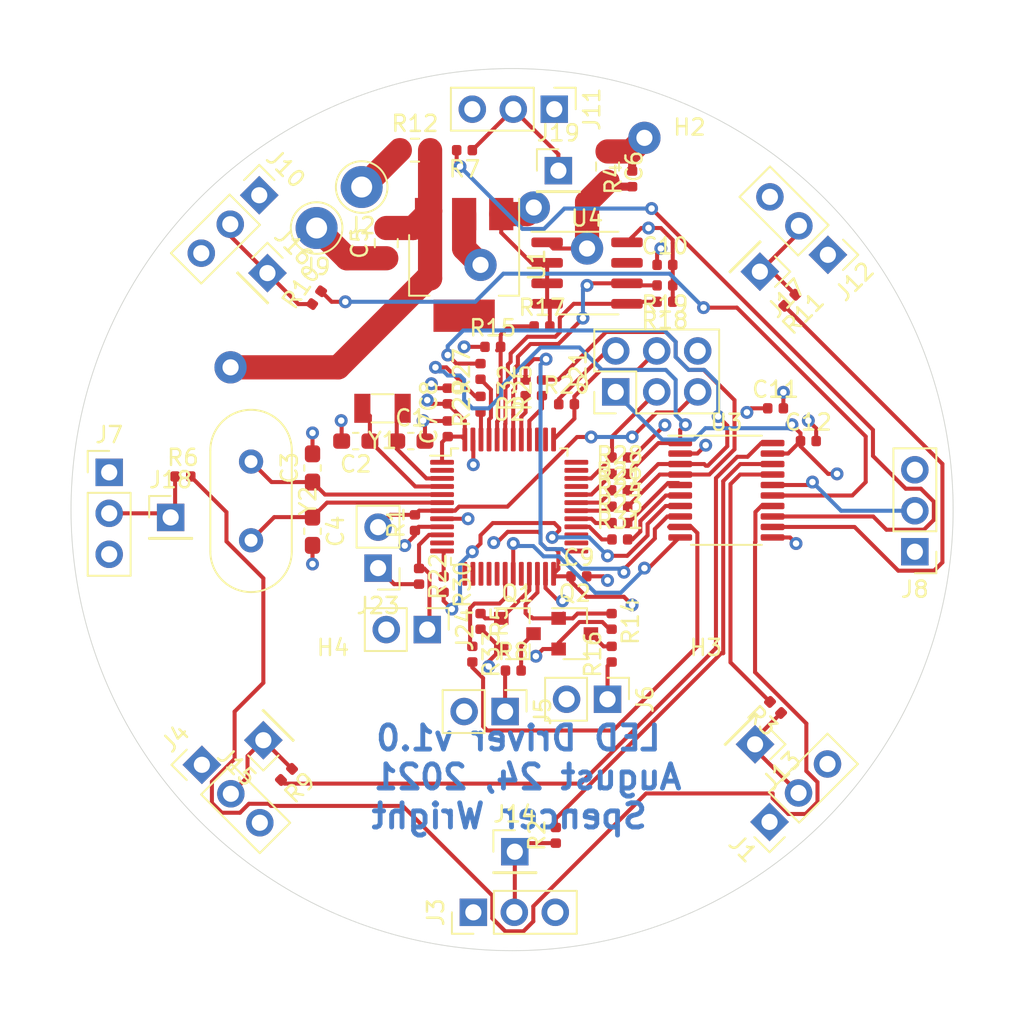
<source format=kicad_pcb>
(kicad_pcb (version 20171130) (host pcbnew "(5.1.6-0-10_14)")
  (layers (0 F.Cu signal) (1 GND power hide) (2 PWR power hide) (31 B.Cu signal) (34 B.Paste user) (35 F.Paste user) (36 B.SilkS user) (37 F.SilkS user) (38 B.Mask user) (39 F.Mask user) (44 Edge.Cuts user))
  (net 0 "")
  (net 1 GND)
  (net 2 /XTAL1)
  (net 3 /XTAL2)
  (net 4 /XTAL1_HI)
  (net 5 /XTAL2_HI)
  (net 6 /SYS_5V)
  (net 7 VCC)
  (net 8 "Net-(J1-Pad2)")
  (net 9 "Net-(J14-Pad1)")
  (net 10 "Net-(J15-Pad1)")
  (net 11 "Net-(J5-Pad1)")
  (net 12 "Net-(J6-Pad1)")
  (net 13 "Net-(J18-Pad1)")
  (net 14 /LED_STRIP_OUT_0)
  (net 15 "Net-(J10-Pad2)")
  (net 16 "Net-(J11-Pad2)")
  (net 17 "Net-(J12-Pad2)")
  (net 18 /NRST)
  (net 19 "Net-(J24-Pad1)")
  (net 20 /GRN_LED)
  (net 21 "Net-(Q1-Pad3)")
  (net 22 "Net-(Q2-Pad3)")
  (net 23 /RED_LED)
  (net 24 /LED_STRIP_OUT_2)
  (net 25 /LED_STRIP_OUT_1)
  (net 26 /LED_STRIP_OUT_4)
  (net 27 /LED_STRIP_OUT_6)
  (net 28 /LED_STRIP_OUT_3)
  (net 29 /LED_STRIP_OUT_5)
  (net 30 /LED_STRIP_OUT_7)
  (net 31 /VIN)
  (net 32 "Net-(R15-Pad2)")
  (net 33 /ST_SDA)
  (net 34 /ST_SCL)
  (net 35 /ST_SWCLK)
  (net 36 /ST_SWDIO)
  (net 37 /ST_TIM1_CH1)
  (net 38 /ST_LED_OUT_0)
  (net 39 /ST_LED_OUT_1)
  (net 40 /ST_TIM1_CH2)
  (net 41 /ST_TIM3_CH1)
  (net 42 /ST_TIM1_CH3)
  (net 43 /ST_LED_OUT_2)
  (net 44 /ST_TIM16_CH1)
  (net 45 /ST_LED_OUT_3)
  (net 46 /ST_TIM1_CH4)
  (net 47 /ST_TIM17_CH1)
  (net 48 /ST_TIM15_CH1)
  (net 49 /ST_LED_OUT_4)
  (net 50 /ST_LED_OUT_5)
  (net 51 /ST_TIM15_CH2)
  (net 52 /ST_TIM3_CH2)
  (net 53 /ST_LED_OUT_6)
  (net 54 /ST_TIM3_CH3)
  (net 55 /ST_LED_OUT_7)
  (net 56 "Net-(U2-Pad2)")
  (net 57 "Net-(U2-Pad11)")
  (net 58 "Net-(U2-Pad13)")
  (net 59 "Net-(U2-Pad14)")
  (net 60 "Net-(U2-Pad15)")
  (net 61 "Net-(U2-Pad16)")
  (net 62 "Net-(U2-Pad17)")
  (net 63 /LVL_SHIFTER_EN)
  (net 64 "Net-(U2-Pad20)")
  (net 65 "Net-(U2-Pad25)")
  (net 66 "Net-(U2-Pad26)")
  (net 67 "Net-(U2-Pad27)")
  (net 68 "Net-(U2-Pad33)")
  (net 69 "Net-(U2-Pad35)")
  (net 70 "Net-(U2-Pad36)")
  (net 71 "Net-(U2-Pad38)")
  (net 72 "Net-(U2-Pad39)")
  (net 73 "Net-(U4-Pad7)")
  (module Connector_PinHeader_2.54mm:PinHeader_1x03_P2.54mm_Vertical (layer F.Cu) (at 213.556051 -126.353949 225)
    (fp_text reference J12 (at 0 -2.33 45) (layer F.SilkS))
    (fp_text value Conn_01x03_Male)
    (pad 3 thru_hole oval (at 0 5.08 225) (size 1.7 1.7) (drill 1) (layers *.Cu *.Mask) (net 1 GND))
    (pad 2 thru_hole oval (at 0 2.54 225) (size 1.7 1.7) (drill 1) (layers *.Cu *.Mask) (net 17 "Net-(J12-Pad2)"))
    (pad 1 thru_hole rect (at 0 0 225) (size 1.7 1.7) (drill 1) (layers *.Cu *.Mask) (net 6 /SYS_5V))
  )
  (module Connector_PinHeader_2.54mm:PinHeader_1x03_P2.54mm_Vertical (layer F.Cu) (at 196.596 -135.382 270)
    (fp_text reference J11 (at 0 -2.33 90) (layer F.SilkS))
    (fp_text value Conn_01x03_Male)
    (pad 1 thru_hole rect (at 0 0 270) (size 1.7 1.7) (drill 1) (layers *.Cu *.Mask) (net 6 /SYS_5V))
    (pad 2 thru_hole oval (at 0 2.54 270) (size 1.7 1.7) (drill 1) (layers *.Cu *.Mask) (net 16 "Net-(J11-Pad2)"))
    (pad 3 thru_hole oval (at 0 5.08 270) (size 1.7 1.7) (drill 1) (layers *.Cu *.Mask) (net 1 GND))
  )
  (module Connector_PinHeader_2.54mm:PinHeader_1x03_P2.54mm_Vertical (layer F.Cu) (at 178.308 -130.048 315)
    (fp_text reference J10 (at 0 -2.33 135) (layer F.SilkS))
    (fp_text value Conn_01x03_Male)
    (pad 1 thru_hole rect (at 0 0 315) (size 1.7 1.7) (drill 1) (layers *.Cu *.Mask) (net 6 /SYS_5V))
    (pad 2 thru_hole oval (at 0 2.54 315) (size 1.7 1.7) (drill 1) (layers *.Cu *.Mask) (net 15 "Net-(J10-Pad2)"))
    (pad 3 thru_hole oval (at 0 5.08 315) (size 1.7 1.7) (drill 1) (layers *.Cu *.Mask) (net 1 GND))
  )
  (module Connector_PinHeader_2.54mm:PinHeader_1x03_P2.54mm_Vertical (layer F.Cu) (at 169.006 -112.87)
    (fp_text reference J7 (at 0 -2.33) (layer F.SilkS))
    (fp_text value Conn_01x03_Male)
    (pad 3 thru_hole oval (at 0 5.08) (size 1.7 1.7) (drill 1) (layers *.Cu *.Mask) (net 1 GND))
    (pad 2 thru_hole oval (at 0 2.54) (size 1.7 1.7) (drill 1) (layers *.Cu *.Mask) (net 13 "Net-(J18-Pad1)"))
    (pad 1 thru_hole rect (at 0 0) (size 1.7 1.7) (drill 1) (layers *.Cu *.Mask) (net 6 /SYS_5V))
  )
  (module Connector_PinHeader_2.54mm:PinHeader_1x03_P2.54mm_Vertical (layer F.Cu) (at 174.752 -94.742 45)
    (fp_text reference J4 (at 0 -2.33 45) (layer F.SilkS))
    (fp_text value Conn_01x03_Male)
    (pad 3 thru_hole oval (at 0 5.08 45) (size 1.7 1.7) (drill 1) (layers *.Cu *.Mask) (net 1 GND))
    (pad 2 thru_hole oval (at 0 2.54 45) (size 1.7 1.7) (drill 1) (layers *.Cu *.Mask) (net 10 "Net-(J15-Pad1)"))
    (pad 1 thru_hole rect (at 0 0 45) (size 1.7 1.7) (drill 1) (layers *.Cu *.Mask) (net 6 /SYS_5V))
  )
  (module Connector_PinHeader_2.54mm:PinHeader_1x03_P2.54mm_Vertical (layer F.Cu) (at 209.94 -91.2 135)
    (fp_text reference J1 (at 0 -2.33 135) (layer F.SilkS))
    (fp_text value Conn_01x03_Male)
    (pad 3 thru_hole oval (at 0 5.08 135) (size 1.7 1.7) (drill 1) (layers *.Cu *.Mask) (net 1 GND))
    (pad 2 thru_hole oval (at 0 2.54 135) (size 1.7 1.7) (drill 1) (layers *.Cu *.Mask) (net 8 "Net-(J1-Pad2)"))
    (pad 1 thru_hole rect (at 0 0 135) (size 1.7 1.7) (drill 1) (layers *.Cu *.Mask) (net 6 /SYS_5V))
  )
  (module Connector_PinHeader_2.54mm:PinHeader_1x03_P2.54mm_Vertical (layer F.Cu) (at 191.58 -85.598 90)
    (fp_text reference J3 (at 0 -2.33 90) (layer F.SilkS))
    (fp_text value Conn_01x03_Male)
    (pad 1 thru_hole rect (at 0 0 90) (size 1.7 1.7) (drill 1) (layers *.Cu *.Mask) (net 6 /SYS_5V))
    (pad 2 thru_hole oval (at 0 2.54 90) (size 1.7 1.7) (drill 1) (layers *.Cu *.Mask) (net 9 "Net-(J14-Pad1)"))
    (pad 3 thru_hole oval (at 0 5.08 90) (size 1.7 1.7) (drill 1) (layers *.Cu *.Mask) (net 1 GND))
  )
  (module Connector_PinHeader_2.54mm:PinHeader_1x03_P2.54mm_Vertical (layer F.Cu) (at 218.948 -107.95 180)
    (fp_text reference J8 (at 0 -2.33) (layer F.SilkS))
    (fp_text value Conn_01x03_Male)
    (pad 3 thru_hole oval (at 0 5.08 180) (size 1.7 1.7) (drill 1) (layers *.Cu *.Mask) (net 1 GND))
    (pad 2 thru_hole oval (at 0 2.54 180) (size 1.7 1.7) (drill 1) (layers *.Cu *.Mask) (net 14 /LED_STRIP_OUT_0))
    (pad 1 thru_hole rect (at 0 0 180) (size 1.7 1.7) (drill 1) (layers *.Cu *.Mask) (net 6 /SYS_5V))
  )
  (module Capacitor_SMD:C_0603_1608Metric_Pad1.05x0.95mm_HandSolder (layer F.Cu) (at 187.706 -114.808)
    (fp_text reference C1 (at 0 -1.43) (layer F.SilkS))
    (fp_text value CP1_Small)
    (pad 2 smd roundrect (at 0.875 0) (size 1.05 0.95) (layers F.Cu F.Paste F.Mask) (net 1 GND))
    (pad 1 smd roundrect (at -0.875 0) (size 1.05 0.95) (layers F.Cu F.Paste F.Mask) (net 2 /XTAL1))
  )
  (module Capacitor_SMD:C_0603_1608Metric_Pad1.05x0.95mm_HandSolder (layer F.Cu) (at 184.291 -114.808 180)
    (fp_text reference C2 (at 0 -1.43) (layer F.SilkS))
    (fp_text value CP1_Small)
    (pad 1 smd roundrect (at -0.875 0 180) (size 1.05 0.95) (layers F.Cu F.Paste F.Mask) (net 3 /XTAL2))
    (pad 2 smd roundrect (at 0.875 0 180) (size 1.05 0.95) (layers F.Cu F.Paste F.Mask) (net 1 GND))
  )
  (module Capacitor_SMD:C_0603_1608Metric_Pad1.05x0.95mm_HandSolder (layer F.Cu) (at 181.61 -113.143 90)
    (fp_text reference C3 (at 0 -1.43 90) (layer F.SilkS))
    (fp_text value CP1_Small)
    (pad 2 smd roundrect (at 0.875 0 90) (size 1.05 0.95) (layers F.Cu F.Paste F.Mask) (net 1 GND))
    (pad 1 smd roundrect (at -0.875 0 90) (size 1.05 0.95) (layers F.Cu F.Paste F.Mask) (net 4 /XTAL1_HI))
  )
  (module Capacitor_SMD:C_0603_1608Metric_Pad1.05x0.95mm_HandSolder (layer F.Cu) (at 181.61 -109.22 270)
    (fp_text reference C4 (at 0 -1.43 90) (layer F.SilkS))
    (fp_text value CP1_Small)
    (pad 1 smd roundrect (at -0.875 0 270) (size 1.05 0.95) (layers F.Cu F.Paste F.Mask) (net 5 /XTAL2_HI))
    (pad 2 smd roundrect (at 0.875 0 270) (size 1.05 0.95) (layers F.Cu F.Paste F.Mask) (net 1 GND))
  )
  (module Capacitor_SMD:C_0805_2012Metric (layer F.Cu) (at 186.182 -127.0785 90)
    (fp_text reference C5 (at 0 -1.65 90) (layer F.SilkS))
    (fp_text value 10u)
    (pad 2 smd roundrect (at 0.9375 0 90) (size 0.975 1.4) (layers F.Cu F.Paste F.Mask) (net 6 /SYS_5V))
    (pad 1 smd roundrect (at -0.9375 0 90) (size 0.975 1.4) (layers F.Cu F.Paste F.Mask) (net 1 GND))
  )
  (module Capacitor_SMD:C_0805_2012Metric (layer F.Cu) (at 199.898 -131.826 270)
    (fp_text reference C6 (at 0 -1.65 90) (layer F.SilkS))
    (fp_text value 10u)
    (pad 1 smd roundrect (at -0.9375 0 270) (size 0.975 1.4) (layers F.Cu F.Paste F.Mask) (net 1 GND))
    (pad 2 smd roundrect (at 0.9375 0 270) (size 0.975 1.4) (layers F.Cu F.Paste F.Mask) (net 7 VCC))
  )
  (module Capacitor_SMD:C_0402_1005Metric (layer F.Cu) (at 189.992 -115.57 90)
    (fp_text reference C7 (at 0 -1.17 90) (layer F.SilkS))
    (fp_text value 1u)
    (pad 2 smd roundrect (at 0.485 0 90) (size 0.59 0.64) (layers F.Cu F.Paste F.Mask) (net 1 GND))
    (pad 1 smd roundrect (at -0.485 0 90) (size 0.59 0.64) (layers F.Cu F.Paste F.Mask) (net 7 VCC))
  )
  (module Capacitor_SMD:C_0402_1005Metric (layer F.Cu) (at 189.992 -117.602 90)
    (fp_text reference C8 (at 0 -1.17 90) (layer F.SilkS))
    (fp_text value 1u)
    (pad 2 smd roundrect (at 0.485 0 90) (size 0.59 0.64) (layers F.Cu F.Paste F.Mask) (net 1 GND))
    (pad 1 smd roundrect (at -0.485 0 90) (size 0.59 0.64) (layers F.Cu F.Paste F.Mask) (net 7 VCC))
  )
  (module Capacitor_SMD:C_0402_1005Metric (layer F.Cu) (at 198.12 -106.426)
    (fp_text reference C9 (at 0 -1.17) (layer F.SilkS))
    (fp_text value 1u)
    (pad 1 smd roundrect (at -0.485 0) (size 0.59 0.64) (layers F.Cu F.Paste F.Mask) (net 7 VCC))
    (pad 2 smd roundrect (at 0.485 0) (size 0.59 0.64) (layers F.Cu F.Paste F.Mask) (net 1 GND))
  )
  (module Capacitor_SMD:C_0402_1005Metric (layer F.Cu) (at 203.454 -125.73)
    (fp_text reference C10 (at 0 -1.17) (layer F.SilkS))
    (fp_text value 1u)
    (pad 1 smd roundrect (at -0.485 0) (size 0.59 0.64) (layers F.Cu F.Paste F.Mask) (net 1 GND))
    (pad 2 smd roundrect (at 0.485 0) (size 0.59 0.64) (layers F.Cu F.Paste F.Mask) (net 7 VCC))
  )
  (module Capacitor_SMD:C_0402_1005Metric (layer F.Cu) (at 210.312 -116.84)
    (fp_text reference C11 (at 0 -1.17) (layer F.SilkS))
    (fp_text value 1u)
    (pad 1 smd roundrect (at -0.485 0) (size 0.59 0.64) (layers F.Cu F.Paste F.Mask) (net 7 VCC))
    (pad 2 smd roundrect (at 0.485 0) (size 0.59 0.64) (layers F.Cu F.Paste F.Mask) (net 1 GND))
  )
  (module Capacitor_SMD:C_0402_1005Metric (layer F.Cu) (at 212.344 -114.808)
    (fp_text reference C12 (at 0 -1.17) (layer F.SilkS))
    (fp_text value 1u)
    (pad 2 smd roundrect (at 0.485 0) (size 0.59 0.64) (layers F.Cu F.Paste F.Mask) (net 1 GND))
    (pad 1 smd roundrect (at -0.485 0) (size 0.59 0.64) (layers F.Cu F.Paste F.Mask) (net 6 /SYS_5V))
  )
  (module MountingHole:MountingHole_2mm (layer F.Cu) (at 204.978 -131.064)
    (fp_text reference H2 (at 0 -3.2) (layer F.SilkS))
    (fp_text value MountingHole_Pad)
    (pad "" np_thru_hole circle (at 0 0) (size 2 2) (drill 2) (layers *.Cu *.Mask))
  )
  (module MountingHole:MountingHole_2mm (layer F.Cu) (at 205.994 -98.806)
    (fp_text reference H3 (at 0 -3.2) (layer F.SilkS))
    (fp_text value MountingHole_Pad)
    (pad "" np_thru_hole circle (at 0 0) (size 2 2) (drill 2) (layers *.Cu *.Mask))
  )
  (module MountingHole:MountingHole_2mm (layer F.Cu) (at 182.88 -98.806)
    (fp_text reference H4 (at 0 -3.2) (layer F.SilkS))
    (fp_text value MountingHole_Pad)
    (pad "" np_thru_hole circle (at 0 0) (size 2 2) (drill 2) (layers *.Cu *.Mask))
  )
  (module Connector_PinHeader_2.54mm:PinHeader_1x02_P2.54mm_Vertical (layer F.Cu) (at 193.548 -98.044 270)
    (fp_text reference J5 (at 0 -2.33 90) (layer F.SilkS))
    (fp_text value Conn_01x02_Male)
    (pad 2 thru_hole oval (at 0 2.54 270) (size 1.7 1.7) (drill 1) (layers *.Cu *.Mask) (net 6 /SYS_5V))
    (pad 1 thru_hole rect (at 0 0 270) (size 1.7 1.7) (drill 1) (layers *.Cu *.Mask) (net 11 "Net-(J5-Pad1)"))
  )
  (module Connector_PinHeader_2.54mm:PinHeader_1x02_P2.54mm_Vertical (layer F.Cu) (at 199.898 -98.806 270)
    (fp_text reference J6 (at 0 -2.33 90) (layer F.SilkS))
    (fp_text value Conn_01x02_Male)
    (pad 1 thru_hole rect (at 0 0 270) (size 1.7 1.7) (drill 1) (layers *.Cu *.Mask) (net 12 "Net-(J6-Pad1)"))
    (pad 2 thru_hole oval (at 0 2.54 270) (size 1.7 1.7) (drill 1) (layers *.Cu *.Mask) (net 6 /SYS_5V))
  )
  (module Connector_PinHeader_2.54mm:PinHeader_1x02_P2.54mm_Vertical (layer F.Cu) (at 185.674 -106.934 180)
    (fp_text reference J23 (at 0 -2.33) (layer F.SilkS))
    (fp_text value Conn_01x02_Male)
    (pad 1 thru_hole rect (at 0 0 180) (size 1.7 1.7) (drill 1) (layers *.Cu *.Mask) (net 1 GND))
    (pad 2 thru_hole oval (at 0 2.54 180) (size 1.7 1.7) (drill 1) (layers *.Cu *.Mask) (net 18 /NRST))
  )
  (module Connector_PinHeader_2.54mm:PinHeader_1x02_P2.54mm_Vertical (layer F.Cu) (at 188.722 -103.124 270)
    (fp_text reference J24 (at 0 -2.33 90) (layer F.SilkS))
    (fp_text value Conn_01x02_Male)
    (pad 2 thru_hole oval (at 0 2.54 270) (size 1.7 1.7) (drill 1) (layers *.Cu *.Mask) (net 7 VCC))
    (pad 1 thru_hole rect (at 0 0 270) (size 1.7 1.7) (drill 1) (layers *.Cu *.Mask) (net 19 "Net-(J24-Pad1)"))
  )
  (module Package_TO_SOT_SMD:SOT-23 (layer F.Cu) (at 194.31 -102.87)
    (fp_text reference Q1 (at 0 -2.5) (layer F.SilkS))
    (fp_text value BSS138)
    (pad 1 smd rect (at -1 -0.95) (size 0.9 0.8) (layers F.Cu F.Paste F.Mask) (net 20 /GRN_LED))
    (pad 2 smd rect (at -1 0.95) (size 0.9 0.8) (layers F.Cu F.Paste F.Mask) (net 1 GND))
    (pad 3 smd rect (at 1 0) (size 0.9 0.8) (layers F.Cu F.Paste F.Mask) (net 21 "Net-(Q1-Pad3)"))
  )
  (module Package_TO_SOT_SMD:SOT-23 (layer F.Cu) (at 197.866 -102.87)
    (fp_text reference Q2 (at 0 -2.5) (layer F.SilkS))
    (fp_text value BSS138)
    (pad 3 smd rect (at 1 0) (size 0.9 0.8) (layers F.Cu F.Paste F.Mask) (net 22 "Net-(Q2-Pad3)"))
    (pad 2 smd rect (at -1 0.95) (size 0.9 0.8) (layers F.Cu F.Paste F.Mask) (net 1 GND))
    (pad 1 smd rect (at -1 -0.95) (size 0.9 0.8) (layers F.Cu F.Paste F.Mask) (net 23 /RED_LED))
  )
  (module Resistor_SMD:R_0402_1005Metric (layer F.Cu) (at 187.96 -109.751 90)
    (fp_text reference R1 (at 0 -1.17 90) (layer F.SilkS))
    (fp_text value 10k)
    (pad 1 smd roundrect (at -0.485 0 90) (size 0.59 0.64) (layers F.Cu F.Paste F.Mask) (net 7 VCC))
    (pad 2 smd roundrect (at 0.485 0 90) (size 0.59 0.64) (layers F.Cu F.Paste F.Mask) (net 18 /NRST))
  )
  (module Resistor_SMD:R_0402_1005Metric (layer F.Cu) (at 201.422 -131.064 90)
    (fp_text reference R4 (at 0 -1.17 90) (layer F.SilkS))
    (fp_text value 1M)
    (pad 1 smd roundrect (at -0.485 0 90) (size 0.59 0.64) (layers F.Cu F.Paste F.Mask) (net 7 VCC))
    (pad 2 smd roundrect (at 0.485 0 90) (size 0.59 0.64) (layers F.Cu F.Paste F.Mask) (net 1 GND))
  )
  (module Resistor_SMD:R_0402_1005Metric (layer F.Cu) (at 192.024 -103.632 270)
    (fp_text reference R5 (at 0 -1.17 90) (layer F.SilkS))
    (fp_text value 1M)
    (pad 2 smd roundrect (at 0.485 0 270) (size 0.59 0.64) (layers F.Cu F.Paste F.Mask) (net 1 GND))
    (pad 1 smd roundrect (at -0.485 0 270) (size 0.59 0.64) (layers F.Cu F.Paste F.Mask) (net 20 /GRN_LED))
  )
  (module Resistor_SMD:R_0402_1005Metric (layer F.Cu) (at 194.056 -100.584)
    (fp_text reference R8 (at 0 -1.17) (layer F.SilkS))
    (fp_text value 100)
    (pad 1 smd roundrect (at -0.485 0) (size 0.59 0.64) (layers F.Cu F.Paste F.Mask) (net 11 "Net-(J5-Pad1)"))
    (pad 2 smd roundrect (at 0.485 0) (size 0.59 0.64) (layers F.Cu F.Paste F.Mask) (net 21 "Net-(Q1-Pad3)"))
  )
  (module Resistor_SMD:R_0805_2012Metric (layer F.Cu) (at 187.96 -132.842)
    (fp_text reference R12 (at 0 -1.65) (layer F.SilkS))
    (fp_text value DNI)
    (pad 2 smd roundrect (at 0.9375 0) (size 0.975 1.4) (layers F.Cu F.Paste F.Mask) (net 6 /SYS_5V))
    (pad 1 smd roundrect (at -0.9375 0) (size 0.975 1.4) (layers F.Cu F.Paste F.Mask) (net 31 /VIN))
  )
  (module Resistor_SMD:R_0402_1005Metric (layer F.Cu) (at 200.152 -103.632 270)
    (fp_text reference R14 (at 0 -1.17 90) (layer F.SilkS))
    (fp_text value 1M)
    (pad 1 smd roundrect (at -0.485 0 270) (size 0.59 0.64) (layers F.Cu F.Paste F.Mask) (net 23 /RED_LED))
    (pad 2 smd roundrect (at 0.485 0 270) (size 0.59 0.64) (layers F.Cu F.Paste F.Mask) (net 1 GND))
  )
  (module Resistor_SMD:R_0402_1005Metric (layer F.Cu) (at 192.786 -120.65)
    (fp_text reference R15 (at 0 -1.17) (layer F.SilkS))
    (fp_text value 10k)
    (pad 2 smd roundrect (at 0.485 0) (size 0.59 0.64) (layers F.Cu F.Paste F.Mask) (net 32 "Net-(R15-Pad2)"))
    (pad 1 smd roundrect (at -0.485 0) (size 0.59 0.64) (layers F.Cu F.Paste F.Mask) (net 7 VCC))
  )
  (module Resistor_SMD:R_0402_1005Metric (layer F.Cu) (at 200.152 -101.6 90)
    (fp_text reference R16 (at 0 -1.17 90) (layer F.SilkS))
    (fp_text value 100)
    (pad 2 smd roundrect (at 0.485 0 90) (size 0.59 0.64) (layers F.Cu F.Paste F.Mask) (net 22 "Net-(Q2-Pad3)"))
    (pad 1 smd roundrect (at -0.485 0 90) (size 0.59 0.64) (layers F.Cu F.Paste F.Mask) (net 12 "Net-(J6-Pad1)"))
  )
  (module Resistor_SMD:R_0402_1005Metric (layer F.Cu) (at 195.834 -121.92)
    (fp_text reference R17 (at 0 -1.17) (layer F.SilkS))
    (fp_text value DNI)
    (pad 1 smd roundrect (at -0.485 0) (size 0.59 0.64) (layers F.Cu F.Paste F.Mask) (net 32 "Net-(R15-Pad2)"))
    (pad 2 smd roundrect (at 0.485 0) (size 0.59 0.64) (layers F.Cu F.Paste F.Mask) (net 1 GND))
  )
  (module Resistor_SMD:R_0402_1005Metric (layer F.Cu) (at 203.454 -123.444 180)
    (fp_text reference R18 (at 0 -1.17) (layer F.SilkS))
    (fp_text value 10k)
    (pad 2 smd roundrect (at 0.485 0 180) (size 0.59 0.64) (layers F.Cu F.Paste F.Mask) (net 33 /ST_SDA))
    (pad 1 smd roundrect (at -0.485 0 180) (size 0.59 0.64) (layers F.Cu F.Paste F.Mask) (net 7 VCC))
  )
  (module Resistor_SMD:R_0402_1005Metric (layer F.Cu) (at 203.454 -124.46 180)
    (fp_text reference R19 (at 0 -1.17) (layer F.SilkS))
    (fp_text value 10k)
    (pad 1 smd roundrect (at -0.485 0 180) (size 0.59 0.64) (layers F.Cu F.Paste F.Mask) (net 7 VCC))
    (pad 2 smd roundrect (at 0.485 0 180) (size 0.59 0.64) (layers F.Cu F.Paste F.Mask) (net 34 /ST_SCL))
  )
  (module Resistor_SMD:R_0402_1005Metric (layer F.Cu) (at 197.358 -117.094)
    (fp_text reference R20 (at 0 -1.17) (layer F.SilkS))
    (fp_text value 10k)
    (pad 2 smd roundrect (at 0.485 0) (size 0.59 0.64) (layers F.Cu F.Paste F.Mask) (net 35 /ST_SWCLK))
    (pad 1 smd roundrect (at -0.485 0) (size 0.59 0.64) (layers F.Cu F.Paste F.Mask) (net 7 VCC))
  )
  (module Resistor_SMD:R_0402_1005Metric (layer F.Cu) (at 200.66 -113.792 180)
    (fp_text reference R21 (at 0 -1.17) (layer F.SilkS))
    (fp_text value 10k)
    (pad 1 smd roundrect (at -0.485 0 180) (size 0.59 0.64) (layers F.Cu F.Paste F.Mask) (net 7 VCC))
    (pad 2 smd roundrect (at 0.485 0 180) (size 0.59 0.64) (layers F.Cu F.Paste F.Mask) (net 36 /ST_SWDIO))
  )
  (module Resistor_SMD:R_0402_1005Metric (layer F.Cu) (at 188.214 -106.426 270)
    (fp_text reference R22 (at 0 -1.17 90) (layer F.SilkS))
    (fp_text value 10k)
    (pad 2 smd roundrect (at 0.485 0 270) (size 0.59 0.64) (layers F.Cu F.Paste F.Mask) (net 1 GND))
    (pad 1 smd roundrect (at -0.485 0 270) (size 0.59 0.64) (layers F.Cu F.Paste F.Mask) (net 19 "Net-(J24-Pad1)"))
  )
  (module Package_TO_SOT_SMD:SOT-223 (layer F.Cu) (at 191.008 -125.73 270)
    (fp_text reference U1 (at 0 -4.5 90) (layer F.SilkS))
    (fp_text value TLV1117-33)
    (pad 4 smd rect (at 3.15 0 270) (size 2 3.8) (layers F.Cu F.Paste F.Mask))
    (pad 2 smd rect (at -3.15 0 270) (size 2 1.5) (layers F.Cu F.Paste F.Mask) (net 7 VCC))
    (pad 3 smd rect (at -3.15 2.3 270) (size 2 1.5) (layers F.Cu F.Paste F.Mask) (net 6 /SYS_5V))
    (pad 1 smd rect (at -3.15 -2.3 270) (size 2 1.5) (layers F.Cu F.Paste F.Mask) (net 1 GND))
  )
  (module Package_QFP:LQFP-48_7x7mm_P0.5mm (layer F.Cu) (at 193.802 -110.744)
    (fp_text reference U2 (at 0 -5.85) (layer F.SilkS))
    (fp_text value STM32F030C8Tx)
    (pad 1 smd roundrect (at -4.1625 -2.75) (size 1.475 0.3) (layers F.Cu F.Paste F.Mask) (net 7 VCC))
    (pad 2 smd roundrect (at -4.1625 -2.25) (size 1.475 0.3) (layers F.Cu F.Paste F.Mask) (net 56 "Net-(U2-Pad2)"))
    (pad 3 smd roundrect (at -4.1625 -1.75) (size 1.475 0.3) (layers F.Cu F.Paste F.Mask) (net 2 /XTAL1))
    (pad 4 smd roundrect (at -4.1625 -1.25) (size 1.475 0.3) (layers F.Cu F.Paste F.Mask) (net 3 /XTAL2))
    (pad 5 smd roundrect (at -4.1625 -0.75) (size 1.475 0.3) (layers F.Cu F.Paste F.Mask) (net 4 /XTAL1_HI))
    (pad 6 smd roundrect (at -4.1625 -0.25) (size 1.475 0.3) (layers F.Cu F.Paste F.Mask) (net 5 /XTAL2_HI))
    (pad 7 smd roundrect (at -4.1625 0.25) (size 1.475 0.3) (layers F.Cu F.Paste F.Mask) (net 18 /NRST))
    (pad 8 smd roundrect (at -4.1625 0.75) (size 1.475 0.3) (layers F.Cu F.Paste F.Mask) (net 1 GND))
    (pad 9 smd roundrect (at -4.1625 1.25) (size 1.475 0.3) (layers F.Cu F.Paste F.Mask) (net 7 VCC))
    (pad 10 smd roundrect (at -4.1625 1.75) (size 1.475 0.3) (layers F.Cu F.Paste F.Mask) (net 19 "Net-(J24-Pad1)"))
    (pad 11 smd roundrect (at -4.1625 2.25) (size 1.475 0.3) (layers F.Cu F.Paste F.Mask) (net 57 "Net-(U2-Pad11)"))
    (pad 12 smd roundrect (at -4.1625 2.75) (size 1.475 0.3) (layers F.Cu F.Paste F.Mask) (net 48 /ST_TIM15_CH1))
    (pad 13 smd roundrect (at -2.75 4.1625) (size 0.3 1.475) (layers F.Cu F.Paste F.Mask) (net 58 "Net-(U2-Pad13)"))
    (pad 14 smd roundrect (at -2.25 4.1625) (size 0.3 1.475) (layers F.Cu F.Paste F.Mask) (net 59 "Net-(U2-Pad14)"))
    (pad 15 smd roundrect (at -1.75 4.1625) (size 0.3 1.475) (layers F.Cu F.Paste F.Mask) (net 60 "Net-(U2-Pad15)"))
    (pad 16 smd roundrect (at -1.25 4.1625) (size 0.3 1.475) (layers F.Cu F.Paste F.Mask) (net 61 "Net-(U2-Pad16)"))
    (pad 17 smd roundrect (at -0.75 4.1625) (size 0.3 1.475) (layers F.Cu F.Paste F.Mask) (net 62 "Net-(U2-Pad17)"))
    (pad 18 smd roundrect (at -0.25 4.1625) (size 0.3 1.475) (layers F.Cu F.Paste F.Mask) (net 54 /ST_TIM3_CH3))
    (pad 19 smd roundrect (at 0.25 4.1625) (size 0.3 1.475) (layers F.Cu F.Paste F.Mask) (net 63 /LVL_SHIFTER_EN))
    (pad 20 smd roundrect (at 0.75 4.1625) (size 0.3 1.475) (layers F.Cu F.Paste F.Mask) (net 64 "Net-(U2-Pad20)"))
    (pad 21 smd roundrect (at 1.25 4.1625) (size 0.3 1.475) (layers F.Cu F.Paste F.Mask) (net 20 /GRN_LED))
    (pad 22 smd roundrect (at 1.75 4.1625) (size 0.3 1.475) (layers F.Cu F.Paste F.Mask) (net 23 /RED_LED))
    (pad 23 smd roundrect (at 2.25 4.1625) (size 0.3 1.475) (layers F.Cu F.Paste F.Mask) (net 1 GND))
    (pad 24 smd roundrect (at 2.75 4.1625) (size 0.3 1.475) (layers F.Cu F.Paste F.Mask) (net 7 VCC))
    (pad 25 smd roundrect (at 4.1625 2.75) (size 1.475 0.3) (layers F.Cu F.Paste F.Mask) (net 65 "Net-(U2-Pad25)"))
    (pad 26 smd roundrect (at 4.1625 2.25) (size 1.475 0.3) (layers F.Cu F.Paste F.Mask) (net 66 "Net-(U2-Pad26)"))
    (pad 27 smd roundrect (at 4.1625 1.75) (size 1.475 0.3) (layers F.Cu F.Paste F.Mask) (net 67 "Net-(U2-Pad27)"))
    (pad 28 smd roundrect (at 4.1625 1.25) (size 1.475 0.3) (layers F.Cu F.Paste F.Mask) (net 51 /ST_TIM15_CH2))
    (pad 29 smd roundrect (at 4.1625 0.75) (size 1.475 0.3) (layers F.Cu F.Paste F.Mask) (net 37 /ST_TIM1_CH1))
    (pad 30 smd roundrect (at 4.1625 0.25) (size 1.475 0.3) (layers F.Cu F.Paste F.Mask) (net 40 /ST_TIM1_CH2))
    (pad 31 smd roundrect (at 4.1625 -0.25) (size 1.475 0.3) (layers F.Cu F.Paste F.Mask) (net 42 /ST_TIM1_CH3))
    (pad 32 smd roundrect (at 4.1625 -0.75) (size 1.475 0.3) (layers F.Cu F.Paste F.Mask) (net 46 /ST_TIM1_CH4))
    (pad 33 smd roundrect (at 4.1625 -1.25) (size 1.475 0.3) (layers F.Cu F.Paste F.Mask) (net 68 "Net-(U2-Pad33)"))
    (pad 34 smd roundrect (at 4.1625 -1.75) (size 1.475 0.3) (layers F.Cu F.Paste F.Mask) (net 36 /ST_SWDIO))
    (pad 35 smd roundrect (at 4.1625 -2.25) (size 1.475 0.3) (layers F.Cu F.Paste F.Mask) (net 69 "Net-(U2-Pad35)"))
    (pad 36 smd roundrect (at 4.1625 -2.75) (size 1.475 0.3) (layers F.Cu F.Paste F.Mask) (net 70 "Net-(U2-Pad36)"))
    (pad 37 smd roundrect (at 2.75 -4.1625) (size 0.3 1.475) (layers F.Cu F.Paste F.Mask) (net 35 /ST_SWCLK))
    (pad 38 smd roundrect (at 2.25 -4.1625) (size 0.3 1.475) (layers F.Cu F.Paste F.Mask) (net 71 "Net-(U2-Pad38)"))
    (pad 39 smd roundrect (at 1.75 -4.1625) (size 0.3 1.475) (layers F.Cu F.Paste F.Mask) (net 72 "Net-(U2-Pad39)"))
    (pad 40 smd roundrect (at 1.25 -4.1625) (size 0.3 1.475) (layers F.Cu F.Paste F.Mask) (net 41 /ST_TIM3_CH1))
    (pad 41 smd roundrect (at 0.75 -4.1625) (size 0.3 1.475) (layers F.Cu F.Paste F.Mask) (net 52 /ST_TIM3_CH2))
    (pad 42 smd roundrect (at 0.25 -4.1625) (size 0.3 1.475) (layers F.Cu F.Paste F.Mask) (net 34 /ST_SCL))
    (pad 43 smd roundrect (at -0.25 -4.1625) (size 0.3 1.475) (layers F.Cu F.Paste F.Mask) (net 33 /ST_SDA))
    (pad 44 smd roundrect (at -0.75 -4.1625) (size 0.3 1.475) (layers F.Cu F.Paste F.Mask) (net 32 "Net-(R15-Pad2)"))
    (pad 45 smd roundrect (at -1.25 -4.1625) (size 0.3 1.475) (layers F.Cu F.Paste F.Mask) (net 44 /ST_TIM16_CH1))
    (pad 46 smd roundrect (at -1.75 -4.1625) (size 0.3 1.475) (layers F.Cu F.Paste F.Mask) (net 47 /ST_TIM17_CH1))
    (pad 47 smd roundrect (at -2.25 -4.1625) (size 0.3 1.475) (layers F.Cu F.Paste F.Mask) (net 1 GND))
    (pad 48 smd roundrect (at -2.75 -4.1625) (size 0.3 1.475) (layers F.Cu F.Paste F.Mask) (net 7 VCC))
  )
  (module Package_SO:TSSOP-20_4.4x6.5mm_P0.65mm (layer F.Cu) (at 207.264 -111.76)
    (fp_text reference U3 (at 0 -4.2) (layer F.SilkS))
    (fp_text value TXS0108EPW)
    (pad 1 smd roundrect (at -2.8625 -2.925) (size 1.475 0.4) (layers F.Cu F.Paste F.Mask) (net 45 /ST_LED_OUT_3))
    (pad 2 smd roundrect (at -2.8625 -2.275) (size 1.475 0.4) (layers F.Cu F.Paste F.Mask) (net 7 VCC))
    (pad 3 smd roundrect (at -2.8625 -1.625) (size 1.475 0.4) (layers F.Cu F.Paste F.Mask) (net 43 /ST_LED_OUT_2))
    (pad 4 smd roundrect (at -2.8625 -0.975) (size 1.475 0.4) (layers F.Cu F.Paste F.Mask) (net 39 /ST_LED_OUT_1))
    (pad 5 smd roundrect (at -2.8625 -0.325) (size 1.475 0.4) (layers F.Cu F.Paste F.Mask) (net 38 /ST_LED_OUT_0))
    (pad 6 smd roundrect (at -2.8625 0.325) (size 1.475 0.4) (layers F.Cu F.Paste F.Mask) (net 50 /ST_LED_OUT_5))
    (pad 7 smd roundrect (at -2.8625 0.975) (size 1.475 0.4) (layers F.Cu F.Paste F.Mask) (net 49 /ST_LED_OUT_4))
    (pad 8 smd roundrect (at -2.8625 1.625) (size 1.475 0.4) (layers F.Cu F.Paste F.Mask) (net 53 /ST_LED_OUT_6))
    (pad 9 smd roundrect (at -2.8625 2.275) (size 1.475 0.4) (layers F.Cu F.Paste F.Mask) (net 55 /ST_LED_OUT_7))
    (pad 10 smd roundrect (at -2.8625 2.925) (size 1.475 0.4) (layers F.Cu F.Paste F.Mask) (net 63 /LVL_SHIFTER_EN))
    (pad 11 smd roundrect (at 2.8625 2.925) (size 1.475 0.4) (layers F.Cu F.Paste F.Mask) (net 1 GND))
    (pad 12 smd roundrect (at 2.8625 2.275) (size 1.475 0.4) (layers F.Cu F.Paste F.Mask) (net 30 /LED_STRIP_OUT_7))
    (pad 13 smd roundrect (at 2.8625 1.625) (size 1.475 0.4) (layers F.Cu F.Paste F.Mask) (net 27 /LED_STRIP_OUT_6))
    (pad 14 smd roundrect (at 2.8625 0.975) (size 1.475 0.4) (layers F.Cu F.Paste F.Mask) (net 26 /LED_STRIP_OUT_4))
    (pad 15 smd roundrect (at 2.8625 0.325) (size 1.475 0.4) (layers F.Cu F.Paste F.Mask) (net 29 /LED_STRIP_OUT_5))
    (pad 16 smd roundrect (at 2.8625 -0.325) (size 1.475 0.4) (layers F.Cu F.Paste F.Mask) (net 14 /LED_STRIP_OUT_0))
    (pad 17 smd roundrect (at 2.8625 -0.975) (size 1.475 0.4) (layers F.Cu F.Paste F.Mask) (net 25 /LED_STRIP_OUT_1))
    (pad 18 smd roundrect (at 2.8625 -1.625) (size 1.475 0.4) (layers F.Cu F.Paste F.Mask) (net 24 /LED_STRIP_OUT_2))
    (pad 19 smd roundrect (at 2.8625 -2.275) (size 1.475 0.4) (layers F.Cu F.Paste F.Mask) (net 6 /SYS_5V))
    (pad 20 smd roundrect (at 2.8625 -2.925) (size 1.475 0.4) (layers F.Cu F.Paste F.Mask) (net 28 /LED_STRIP_OUT_3))
  )
  (module Package_SO:SOIC-8_3.9x4.9mm_P1.27mm (layer F.Cu) (at 198.628 -125.222)
    (fp_text reference U4 (at 0 -3.4) (layer F.SilkS))
    (fp_text value CAT24C256)
    (pad 1 smd roundrect (at -2.475 -1.905) (size 1.95 0.6) (layers F.Cu F.Paste F.Mask) (net 7 VCC))
    (pad 2 smd roundrect (at -2.475 -0.635) (size 1.95 0.6) (layers F.Cu F.Paste F.Mask) (net 1 GND))
    (pad 3 smd roundrect (at -2.475 0.635) (size 1.95 0.6) (layers F.Cu F.Paste F.Mask) (net 1 GND))
    (pad 4 smd roundrect (at -2.475 1.905) (size 1.95 0.6) (layers F.Cu F.Paste F.Mask) (net 1 GND))
    (pad 5 smd roundrect (at 2.475 1.905) (size 1.95 0.6) (layers F.Cu F.Paste F.Mask) (net 33 /ST_SDA))
    (pad 6 smd roundrect (at 2.475 0.635) (size 1.95 0.6) (layers F.Cu F.Paste F.Mask) (net 34 /ST_SCL))
    (pad 7 smd roundrect (at 2.475 -0.635) (size 1.95 0.6) (layers F.Cu F.Paste F.Mask) (net 73 "Net-(U4-Pad7)"))
    (pad 8 smd roundrect (at 2.475 -1.905) (size 1.95 0.6) (layers F.Cu F.Paste F.Mask) (net 7 VCC))
  )
  (module Crystal:Crystal_SMD_3215-2Pin_3.2x1.5mm (layer F.Cu) (at 185.948 -116.84 180)
    (fp_text reference Y1 (at 0 -2) (layer F.SilkS))
    (fp_text value "32.768k Crystal")
    (pad 1 smd rect (at 1.25 0 180) (size 1 1.8) (layers F.Cu F.Paste F.Mask) (net 3 /XTAL2))
    (pad 2 smd rect (at -1.25 0 180) (size 1 1.8) (layers F.Cu F.Paste F.Mask) (net 2 /XTAL1))
  )
  (module Crystal:Crystal_HC49-U_Vertical (layer F.Cu) (at 177.8 -113.538 270)
    (fp_text reference Y2 (at 2.44 -3.525 90) (layer F.SilkS))
    (fp_text value 8M)
    (pad 1 thru_hole circle (at 0 0 270) (size 1.5 1.5) (drill 0.8) (layers *.Cu *.Mask) (net 4 /XTAL1_HI))
    (pad 2 thru_hole circle (at 4.88 0 270) (size 1.5 1.5) (drill 0.8) (layers *.Cu *.Mask) (net 5 /XTAL2_HI))
  )
  (module Resistor_SMD:R_0402_1005Metric (layer F.Cu) (at 196.69 -90.372 90)
    (fp_text reference R2 (at 0 -1.17 90) (layer F.SilkS))
    (fp_text value DNI)
    (pad 2 smd roundrect (at 0.485 0 90) (size 0.59 0.64) (layers F.Cu F.Paste F.Mask) (net 24 /LED_STRIP_OUT_2))
    (pad 1 smd roundrect (at -0.485 0 90) (size 0.59 0.64) (layers F.Cu F.Paste F.Mask) (net 9 "Net-(J14-Pad1)"))
  )
  (module Resistor_SMD:R_0402_1005Metric (layer F.Cu) (at 210.312 -98.298 135)
    (fp_text reference R3 (at 0 -1.17 135) (layer F.SilkS))
    (fp_text value DNI)
    (pad 1 smd roundrect (at -0.485 0 135) (size 0.59 0.64) (layers F.Cu F.Paste F.Mask) (net 8 "Net-(J1-Pad2)"))
    (pad 2 smd roundrect (at 0.485 0 135) (size 0.59 0.64) (layers F.Cu F.Paste F.Mask) (net 25 /LED_STRIP_OUT_1))
  )
  (module Resistor_SMD:R_0402_1005Metric (layer F.Cu) (at 173.578 -112.616)
    (fp_text reference R6 (at 0 -1.17) (layer F.SilkS))
    (fp_text value DNI)
    (pad 1 smd roundrect (at -0.485 0) (size 0.59 0.64) (layers F.Cu F.Paste F.Mask) (net 13 "Net-(J18-Pad1)"))
    (pad 2 smd roundrect (at 0.485 0) (size 0.59 0.64) (layers F.Cu F.Paste F.Mask) (net 26 /LED_STRIP_OUT_4))
  )
  (module Resistor_SMD:R_0402_1005Metric (layer F.Cu) (at 191.031 -132.842 180)
    (fp_text reference R7 (at 0 -1.17) (layer F.SilkS))
    (fp_text value DNI)
    (pad 1 smd roundrect (at -0.485 0 180) (size 0.59 0.64) (layers F.Cu F.Paste F.Mask) (net 16 "Net-(J11-Pad2)"))
    (pad 2 smd roundrect (at 0.485 0 180) (size 0.59 0.64) (layers F.Cu F.Paste F.Mask) (net 27 /LED_STRIP_OUT_6))
  )
  (module Resistor_SMD:R_0402_1005Metric (layer F.Cu) (at 179.997053 -94.145053 225)
    (fp_text reference R9 (at 0 -1.17 45) (layer F.SilkS))
    (fp_text value DNI)
    (pad 2 smd roundrect (at 0.485 0 225) (size 0.59 0.64) (layers F.Cu F.Paste F.Mask) (net 28 /LED_STRIP_OUT_3))
    (pad 1 smd roundrect (at -0.485 0 225) (size 0.59 0.64) (layers F.Cu F.Paste F.Mask) (net 10 "Net-(J15-Pad1)"))
  )
  (module Resistor_SMD:R_0402_1005Metric (layer F.Cu) (at 181.864 -123.698 55)
    (fp_text reference R10 (at 0 -1.17 55) (layer F.SilkS))
    (fp_text value DNI)
    (pad 2 smd roundrect (at 0.485 0 55) (size 0.59 0.64) (layers F.Cu F.Paste F.Mask) (net 29 /LED_STRIP_OUT_5))
    (pad 1 smd roundrect (at -0.485 0 55) (size 0.59 0.64) (layers F.Cu F.Paste F.Mask) (net 15 "Net-(J10-Pad2)"))
  )
  (module Resistor_SMD:R_0402_1005Metric (layer F.Cu) (at 211.197053 -123.537053 225)
    (fp_text reference R11 (at 0 -1.17 45) (layer F.SilkS))
    (fp_text value DNI)
    (pad 1 smd roundrect (at -0.485 0 225) (size 0.59 0.64) (layers F.Cu F.Paste F.Mask) (net 17 "Net-(J12-Pad2)"))
    (pad 2 smd roundrect (at 0.485 0 225) (size 0.59 0.64) (layers F.Cu F.Paste F.Mask) (net 30 /LED_STRIP_OUT_7))
  )
  (module Resistor_SMD:R_0402_1005Metric (layer F.Cu) (at 200.66 -109.728)
    (fp_text reference R23 (at 0 -1.17) (layer F.SilkS))
    (fp_text value 0)
    (pad 2 smd roundrect (at 0.485 0) (size 0.59 0.64) (layers F.Cu F.Paste F.Mask) (net 38 /ST_LED_OUT_0))
    (pad 1 smd roundrect (at -0.485 0) (size 0.59 0.64) (layers F.Cu F.Paste F.Mask) (net 37 /ST_TIM1_CH1))
  )
  (module Resistor_SMD:R_0402_1005Metric (layer F.Cu) (at 200.66 -110.744)
    (fp_text reference R24 (at 0 -1.17) (layer F.SilkS))
    (fp_text value DNI)
    (pad 2 smd roundrect (at 0.485 0) (size 0.59 0.64) (layers F.Cu F.Paste F.Mask) (net 39 /ST_LED_OUT_1))
    (pad 1 smd roundrect (at -0.485 0) (size 0.59 0.64) (layers F.Cu F.Paste F.Mask) (net 40 /ST_TIM1_CH2))
  )
  (module Resistor_SMD:R_0402_1005Metric (layer F.Cu) (at 195.834 -118.11 90)
    (fp_text reference R25 (at 0 -1.17 90) (layer F.SilkS))
    (fp_text value 0)
    (pad 1 smd roundrect (at -0.485 0 90) (size 0.59 0.64) (layers F.Cu F.Paste F.Mask) (net 41 /ST_TIM3_CH1))
    (pad 2 smd roundrect (at 0.485 0 90) (size 0.59 0.64) (layers F.Cu F.Paste F.Mask) (net 39 /ST_LED_OUT_1))
  )
  (module Resistor_SMD:R_0402_1005Metric (layer F.Cu) (at 200.637 -111.76)
    (fp_text reference R26 (at 0 -1.17) (layer F.SilkS))
    (fp_text value DNI)
    (pad 1 smd roundrect (at -0.485 0) (size 0.59 0.64) (layers F.Cu F.Paste F.Mask) (net 42 /ST_TIM1_CH3))
    (pad 2 smd roundrect (at 0.485 0) (size 0.59 0.64) (layers F.Cu F.Paste F.Mask) (net 43 /ST_LED_OUT_2))
  )
  (module Resistor_SMD:R_0402_1005Metric (layer F.Cu) (at 192.024 -119.126 90)
    (fp_text reference R27 (at 0 -1.17 90) (layer F.SilkS))
    (fp_text value 0)
    (pad 1 smd roundrect (at -0.485 0 90) (size 0.59 0.64) (layers F.Cu F.Paste F.Mask) (net 44 /ST_TIM16_CH1))
    (pad 2 smd roundrect (at 0.485 0 90) (size 0.59 0.64) (layers F.Cu F.Paste F.Mask) (net 43 /ST_LED_OUT_2))
  )
  (module Resistor_SMD:R_0402_1005Metric (layer F.Cu) (at 200.66 -112.776)
    (fp_text reference R28 (at 0 -1.17) (layer F.SilkS))
    (fp_text value DNI)
    (pad 2 smd roundrect (at 0.485 0) (size 0.59 0.64) (layers F.Cu F.Paste F.Mask) (net 45 /ST_LED_OUT_3))
    (pad 1 smd roundrect (at -0.485 0) (size 0.59 0.64) (layers F.Cu F.Paste F.Mask) (net 46 /ST_TIM1_CH4))
  )
  (module Resistor_SMD:R_0402_1005Metric (layer F.Cu) (at 192.024 -117.094 90)
    (fp_text reference R29 (at 0 -1.17 90) (layer F.SilkS))
    (fp_text value 0)
    (pad 1 smd roundrect (at -0.485 0 90) (size 0.59 0.64) (layers F.Cu F.Paste F.Mask) (net 47 /ST_TIM17_CH1))
    (pad 2 smd roundrect (at 0.485 0 90) (size 0.59 0.64) (layers F.Cu F.Paste F.Mask) (net 45 /ST_LED_OUT_3))
  )
  (module Resistor_SMD:R_0402_1005Metric (layer F.Cu) (at 189.738 -105.918 270)
    (fp_text reference R30 (at 0 -1.17 90) (layer F.SilkS))
    (fp_text value 0)
    (pad 1 smd roundrect (at -0.485 0 270) (size 0.59 0.64) (layers F.Cu F.Paste F.Mask) (net 48 /ST_TIM15_CH1))
    (pad 2 smd roundrect (at 0.485 0 270) (size 0.59 0.64) (layers F.Cu F.Paste F.Mask) (net 49 /ST_LED_OUT_4))
  )
  (module Resistor_SMD:R_0402_1005Metric (layer F.Cu) (at 200.66 -108.712)
    (fp_text reference R31 (at 0 -1.17) (layer F.SilkS))
    (fp_text value 0)
    (pad 2 smd roundrect (at 0.485 0) (size 0.59 0.64) (layers F.Cu F.Paste F.Mask) (net 50 /ST_LED_OUT_5))
    (pad 1 smd roundrect (at -0.485 0) (size 0.59 0.64) (layers F.Cu F.Paste F.Mask) (net 51 /ST_TIM15_CH2))
  )
  (module Resistor_SMD:R_0402_1005Metric (layer F.Cu) (at 194.818 -118.11 90)
    (fp_text reference R32 (at 0 -1.17 90) (layer F.SilkS))
    (fp_text value 0)
    (pad 1 smd roundrect (at -0.485 0 90) (size 0.59 0.64) (layers F.Cu F.Paste F.Mask) (net 52 /ST_TIM3_CH2))
    (pad 2 smd roundrect (at 0.485 0 90) (size 0.59 0.64) (layers F.Cu F.Paste F.Mask) (net 53 /ST_LED_OUT_6))
  )
  (module Resistor_SMD:R_0402_1005Metric (layer F.Cu) (at 191.516 -101.6 270)
    (fp_text reference R33 (at 0 -1.17 90) (layer F.SilkS))
    (fp_text value 0)
    (pad 2 smd roundrect (at 0.485 0 270) (size 0.59 0.64) (layers F.Cu F.Paste F.Mask) (net 55 /ST_LED_OUT_7))
    (pad 1 smd roundrect (at -0.485 0 270) (size 0.59 0.64) (layers F.Cu F.Paste F.Mask) (net 54 /ST_TIM3_CH3))
  )
  (module Connector_PinHeader_2.54mm:PinHeader_1x01_P2.54mm_Vertical (layer F.Cu) (at 209.042 -96.012 225)
    (fp_text reference J13 (at 0 -2.33 45) (layer F.SilkS))
    (fp_text value Conn_01x01_Male)
    (pad 1 thru_hole rect (at 0 0 225) (size 1.7 1.7) (drill 1) (layers *.Cu *.Mask) (net 8 "Net-(J1-Pad2)"))
  )
  (module Connector_PinHeader_2.54mm:PinHeader_1x01_P2.54mm_Vertical (layer F.Cu) (at 194.15 -89.356)
    (fp_text reference J14 (at 0 -2.33) (layer F.SilkS))
    (fp_text value Conn_01x01_Male)
    (pad 1 thru_hole rect (at 0 0) (size 1.7 1.7) (drill 1) (layers *.Cu *.Mask) (net 9 "Net-(J14-Pad1)"))
  )
  (module Connector_PinHeader_2.54mm:PinHeader_1x01_P2.54mm_Vertical (layer F.Cu) (at 178.562 -96.266 135)
    (fp_text reference J15 (at 0 -2.33 135) (layer F.SilkS))
    (fp_text value Conn_01x01_Male)
    (pad 1 thru_hole rect (at 0 0 135) (size 1.7 1.7) (drill 1) (layers *.Cu *.Mask) (net 10 "Net-(J15-Pad1)"))
  )
  (module Connector_PinHeader_2.54mm:PinHeader_1x01_P2.54mm_Vertical (layer F.Cu) (at 178.816 -125.222 315)
    (fp_text reference J16 (at 0 -2.33 135) (layer F.SilkS))
    (fp_text value Conn_01x01_Male)
    (pad 1 thru_hole rect (at 0 0 315) (size 1.7 1.7) (drill 1) (layers *.Cu *.Mask) (net 15 "Net-(J10-Pad2)"))
  )
  (module Connector_PinHeader_2.54mm:PinHeader_1x01_P2.54mm_Vertical (layer F.Cu) (at 209.34 -125.31 225)
    (fp_text reference J17 (at 0 -2.33 45) (layer F.SilkS))
    (fp_text value Conn_01x01_Male)
    (pad 1 thru_hole rect (at 0 0 225) (size 1.7 1.7) (drill 1) (layers *.Cu *.Mask) (net 17 "Net-(J12-Pad2)"))
  )
  (module Connector_PinHeader_2.54mm:PinHeader_1x01_P2.54mm_Vertical (layer F.Cu) (at 172.816 -110.076)
    (fp_text reference J18 (at 0 -2.33) (layer F.SilkS))
    (fp_text value Conn_01x01_Male)
    (pad 1 thru_hole rect (at 0 0) (size 1.7 1.7) (drill 1) (layers *.Cu *.Mask) (net 13 "Net-(J18-Pad1)"))
  )
  (module Connector_PinHeader_2.54mm:PinHeader_1x01_P2.54mm_Vertical (layer F.Cu) (at 196.85 -131.572)
    (fp_text reference J19 (at 0 -2.33) (layer F.SilkS))
    (fp_text value Conn_01x01_Male)
    (pad 1 thru_hole rect (at 0 0) (size 1.7 1.7) (drill 1) (layers *.Cu *.Mask) (net 16 "Net-(J11-Pad2)"))
  )
  (module Connector_Pin:Pin_D1.3mm_L11.0mm (layer F.Cu) (at 184.658 -130.556)
    (fp_text reference J2 (at 0 2.4) (layer F.SilkS))
    (fp_text value Conn_01x01_Male)
    (pad 1 thru_hole circle (at 0 0) (size 2.6 2.6) (drill 1.3) (layers *.Cu *.Mask) (net 31 /VIN))
  )
  (module Connector_Pin:Pin_D1.3mm_L11.0mm (layer F.Cu) (at 181.864 -128.016)
    (fp_text reference J9 (at 0 2.4) (layer F.SilkS))
    (fp_text value Conn_01x01_Male)
    (pad 1 thru_hole circle (at 0 0) (size 2.6 2.6) (drill 1.3) (layers *.Cu *.Mask) (net 1 GND))
  )
  (module Connector_PinHeader_2.54mm:PinHeader_2x03_P2.54mm_Vertical (layer F.Cu) (at 200.406 -117.856 90)
    (fp_text reference J21 (at 1.27 -2.33 90) (layer F.SilkS))
    (fp_text value Conn_01x06_Male)
    (pad 1 thru_hole rect (at 0 0 90) (size 1.7 1.7) (drill 1) (layers *.Cu *.Mask) (net 6 /SYS_5V))
    (pad 2 thru_hole oval (at 2.54 0 90) (size 1.7 1.7) (drill 1) (layers *.Cu *.Mask) (net 7 VCC))
    (pad 3 thru_hole oval (at 0 2.54 90) (size 1.7 1.7) (drill 1) (layers *.Cu *.Mask) (net 36 /ST_SWDIO))
    (pad 4 thru_hole oval (at 2.54 2.54 90) (size 1.7 1.7) (drill 1) (layers *.Cu *.Mask) (net 35 /ST_SWCLK))
    (pad 5 thru_hole oval (at 0 5.08 90) (size 1.7 1.7) (drill 1) (layers *.Cu *.Mask) (net 18 /NRST))
    (pad 6 thru_hole oval (at 2.54 5.08 90) (size 1.7 1.7) (drill 1) (layers *.Cu *.Mask) (net 1 GND))
  )
  (gr_text "LED Driver v1.0 \nAugust 24, 2021  \nSpencer Wright" (at 193.802 -93.98) (layer B.Cu) (effects (font (size 1.5 1.5) (thickness 0.3)) (justify mirror)))
  (gr_arc (start 193.98 -110.56) (end 193.960001 -137.899999) (angle -360) (layer Edge.Cuts) (width 0.05))
  (via (at 202.184 -133.604) (size 2) (drill 1) (layers F.Cu B.Cu) (net 1))
  (via (at 183.388 -116.078) (size 0.8) (drill 0.4) (layers F.Cu B.Cu) (net 1))
  (via (at 188.468 -116.078) (size 0.8) (drill 0.4) (layers F.Cu B.Cu) (net 1))
  (via (at 195.326 -129.286) (size 2) (drill 1) (layers F.Cu B.Cu) (net 1))
  (segment (start 194.92 -128.88) (end 195.326 -129.286) (width 1.5) (layer F.Cu) (net 1))
  (segment (start 193.308 -128.88) (end 194.92 -128.88) (width 1.5) (layer F.Cu) (net 1))
  (segment (start 188.581 -115.965) (end 188.468 -116.078) (width 0.25) (layer F.Cu) (net 1))
  (segment (start 188.581 -114.808) (end 188.581 -115.965) (width 0.25) (layer F.Cu) (net 1))
  (segment (start 183.416 -116.05) (end 183.388 -116.078) (width 0.25) (layer F.Cu) (net 1))
  (segment (start 183.416 -114.808) (end 183.416 -116.05) (width 0.25) (layer F.Cu) (net 1))
  (segment (start 181.61 -114.018) (end 181.61 -115.316) (width 0.25) (layer F.Cu) (net 1))
  (segment (start 181.61 -115.316) (end 181.61 -115.316) (width 0.25) (layer F.Cu) (net 1))
  (via (at 181.61 -115.316) (size 0.8) (drill 0.4) (layers F.Cu B.Cu) (net 1))
  (segment (start 181.61 -108.345) (end 181.61 -107.188) (width 0.25) (layer F.Cu) (net 1))
  (via (at 181.61 -107.188) (size 0.8) (drill 0.4) (layers F.Cu B.Cu) (net 1))
  (segment (start 188.491 -116.055) (end 188.468 -116.078) (width 0.25) (layer F.Cu) (net 1))
  (segment (start 189.992 -116.055) (end 188.491 -116.055) (width 0.25) (layer F.Cu) (net 1))
  (segment (start 191.57699 -114.81901) (end 191.57699 -113.34499) (width 0.25) (layer F.Cu) (net 1))
  (segment (start 191.552 -114.844) (end 191.57699 -114.81901) (width 0.25) (layer F.Cu) (net 1))
  (segment (start 191.552 -114.9065) (end 191.552 -114.844) (width 0.25) (layer F.Cu) (net 1))
  (segment (start 191.57699 -113.34499) (end 191.57699 -113.34499) (width 0.25) (layer F.Cu) (net 1))
  (via (at 191.57699 -113.34499) (size 0.8) (drill 0.4) (layers F.Cu B.Cu) (net 1))
  (segment (start 189.6395 -109.994) (end 191.25 -109.994) (width 0.25) (layer F.Cu) (net 1))
  (segment (start 191.25 -109.994) (end 191.25 -109.994) (width 0.25) (layer F.Cu) (net 1))
  (via (at 191.25 -109.994) (size 0.8) (drill 0.4) (layers F.Cu B.Cu) (net 1))
  (segment (start 195.326 -129.286) (end 195.423 -129.286) (width 1.25) (layer F.Cu) (net 1))
  (via (at 199.898 -106.172) (size 0.8) (drill 0.4) (layers F.Cu B.Cu) (net 1))
  (segment (start 196.866 -102.305002) (end 196.866 -101.92) (width 0.25) (layer F.Cu) (net 1))
  (segment (start 199.576001 -103.595001) (end 198.155999 -103.595001) (width 0.25) (layer F.Cu) (net 1))
  (segment (start 200.024002 -103.147) (end 199.576001 -103.595001) (width 0.25) (layer F.Cu) (net 1))
  (segment (start 198.155999 -103.595001) (end 196.866 -102.305002) (width 0.25) (layer F.Cu) (net 1))
  (segment (start 200.152 -103.147) (end 200.024002 -103.147) (width 0.25) (layer F.Cu) (net 1))
  (segment (start 192.083 -103.147) (end 193.31 -101.92) (width 0.25) (layer F.Cu) (net 1))
  (segment (start 192.024 -103.147) (end 192.083 -103.147) (width 0.25) (layer F.Cu) (net 1))
  (via (at 192.532 -100.838) (size 0.8) (drill 0.4) (layers F.Cu B.Cu) (net 1))
  (segment (start 196.866 -101.92) (end 195.9 -101.92) (width 0.25) (layer F.Cu) (net 1))
  (segment (start 195.9 -101.92) (end 195.453 -101.473) (width 0.25) (layer F.Cu) (net 1))
  (via (at 195.453 -101.473) (size 0.8) (drill 0.4) (layers F.Cu B.Cu) (net 1))
  (segment (start 186.667 -105.941) (end 185.674 -106.934) (width 0.25) (layer F.Cu) (net 1))
  (segment (start 188.214 -105.941) (end 186.667 -105.941) (width 0.25) (layer F.Cu) (net 1))
  (segment (start 192.532 -101.142) (end 193.31 -101.92) (width 0.25) (layer F.Cu) (net 1))
  (segment (start 192.532 -100.838) (end 192.532 -101.142) (width 0.25) (layer F.Cu) (net 1))
  (segment (start 183.739 -126.141) (end 181.864 -128.016) (width 1.5) (layer F.Cu) (net 1))
  (segment (start 186.182 -126.141) (end 183.739 -126.141) (width 1.5) (layer F.Cu) (net 1))
  (segment (start 196.153 -123.317) (end 196.153 -124.587) (width 0.25) (layer F.Cu) (net 1))
  (segment (start 196.153 -125.857) (end 196.153 -124.587) (width 0.25) (layer F.Cu) (net 1))
  (segment (start 193.308 -127.727) (end 193.308 -128.88) (width 0.25) (layer F.Cu) (net 1))
  (segment (start 195.178 -125.857) (end 193.308 -127.727) (width 0.25) (layer F.Cu) (net 1))
  (segment (start 196.153 -125.857) (end 195.178 -125.857) (width 0.25) (layer F.Cu) (net 1))
  (segment (start 202.969 -125.73) (end 202.969 -126.515) (width 0.25) (layer F.Cu) (net 1))
  (segment (start 202.969 -126.515) (end 203.2 -126.746) (width 0.25) (layer F.Cu) (net 1))
  (segment (start 203.2 -126.746) (end 203.2 -126.746) (width 0.25) (layer F.Cu) (net 1))
  (via (at 203.2 -126.746) (size 0.8) (drill 0.4) (layers F.Cu B.Cu) (net 1))
  (segment (start 210.797 -116.84) (end 210.797 -117.833) (width 0.25) (layer F.Cu) (net 1))
  (via (at 210.797 -117.833) (size 0.8) (drill 0.4) (layers F.Cu B.Cu) (net 1))
  (segment (start 196.319 -123.151) (end 196.153 -123.317) (width 0.25) (layer F.Cu) (net 1))
  (segment (start 196.319 -121.92) (end 196.319 -123.151) (width 0.25) (layer F.Cu) (net 1))
  (segment (start 212.829 -114.808) (end 212.829 -115.593) (width 0.25) (layer F.Cu) (net 1))
  (segment (start 212.829 -115.593) (end 212.344 -116.078) (width 0.25) (layer F.Cu) (net 1))
  (segment (start 212.344 -116.078) (end 212.344 -116.078) (width 0.25) (layer F.Cu) (net 1))
  (via (at 212.344 -116.078) (size 0.8) (drill 0.4) (layers F.Cu B.Cu) (net 1))
  (segment (start 210.1265 -108.835) (end 211.205 -108.835) (width 0.25) (layer F.Cu) (net 1))
  (segment (start 211.205 -108.835) (end 211.582 -108.458) (width 0.25) (layer F.Cu) (net 1))
  (via (at 211.582 -108.458) (size 0.8) (drill 0.4) (layers F.Cu B.Cu) (net 1))
  (segment (start 199.644 -106.426) (end 199.898 -106.172) (width 0.25) (layer F.Cu) (net 1))
  (segment (start 198.605 -106.426) (end 199.644 -106.426) (width 0.25) (layer F.Cu) (net 1))
  (segment (start 189.992 -118.087) (end 189.253 -118.087) (width 0.25) (layer F.Cu) (net 1))
  (segment (start 189.253 -118.087) (end 188.976 -118.364) (width 0.25) (layer F.Cu) (net 1))
  (via (at 188.976 -118.364) (size 0.8) (drill 0.4) (layers F.Cu B.Cu) (net 1))
  (segment (start 196.052 -106.208) (end 196.07699 -106.18301) (width 0.25) (layer F.Cu) (net 1))
  (segment (start 196.052 -106.5815) (end 196.052 -106.208) (width 0.25) (layer F.Cu) (net 1))
  (segment (start 196.052 -106.5815) (end 196.052 -105.7) (width 0.25) (layer F.Cu) (net 1))
  (segment (start 196.052 -105.7) (end 196.85 -104.902) (width 0.25) (layer F.Cu) (net 1))
  (segment (start 196.85 -104.902) (end 197.104 -104.902) (width 0.25) (layer F.Cu) (net 1))
  (segment (start 197.104 -104.902) (end 197.104 -104.902) (width 0.25) (layer F.Cu) (net 1))
  (via (at 197.104 -104.902) (size 0.8) (drill 0.4) (layers F.Cu B.Cu) (net 1))
  (segment (start 201.3435 -132.7635) (end 202.184 -133.604) (width 1.5) (layer F.Cu) (net 1))
  (segment (start 199.898 -132.7635) (end 201.3435 -132.7635) (width 1.5) (layer F.Cu) (net 1))
  (segment (start 201.422 -132.842) (end 202.184 -133.604) (width 0.5) (layer F.Cu) (net 1))
  (segment (start 201.422 -131.549) (end 201.422 -132.842) (width 0.5) (layer F.Cu) (net 1))
  (segment (start 186.831 -114.333) (end 186.831 -114.808) (width 0.25) (layer F.Cu) (net 2))
  (segment (start 188.67 -112.494) (end 186.831 -114.333) (width 0.25) (layer F.Cu) (net 2))
  (segment (start 189.6395 -112.494) (end 188.67 -112.494) (width 0.25) (layer F.Cu) (net 2))
  (segment (start 186.831 -116.473) (end 187.198 -116.84) (width 0.25) (layer F.Cu) (net 2))
  (segment (start 186.831 -114.808) (end 186.831 -116.473) (width 0.25) (layer F.Cu) (net 2))
  (segment (start 187.98 -111.994) (end 185.166 -114.808) (width 0.25) (layer F.Cu) (net 3))
  (segment (start 189.6395 -111.994) (end 187.98 -111.994) (width 0.25) (layer F.Cu) (net 3))
  (segment (start 185.166 -116.372) (end 184.698 -116.84) (width 0.25) (layer F.Cu) (net 3))
  (segment (start 185.166 -114.808) (end 185.166 -116.372) (width 0.25) (layer F.Cu) (net 3))
  (segment (start 182.384 -111.494) (end 181.61 -112.268) (width 0.25) (layer F.Cu) (net 4))
  (segment (start 189.6395 -111.494) (end 182.384 -111.494) (width 0.25) (layer F.Cu) (net 4))
  (segment (start 179.07 -112.268) (end 177.8 -113.538) (width 0.25) (layer F.Cu) (net 4))
  (segment (start 181.61 -112.268) (end 179.07 -112.268) (width 0.25) (layer F.Cu) (net 4))
  (segment (start 182.509 -110.994) (end 181.61 -110.095) (width 0.25) (layer F.Cu) (net 5))
  (segment (start 189.6395 -110.994) (end 182.509 -110.994) (width 0.25) (layer F.Cu) (net 5))
  (segment (start 179.237 -110.095) (end 177.8 -108.658) (width 0.25) (layer F.Cu) (net 5))
  (segment (start 181.61 -110.095) (end 179.237 -110.095) (width 0.25) (layer F.Cu) (net 5))
  (via (at 176.53 -119.38) (size 2) (drill 1) (layers F.Cu B.Cu) (net 6))
  (segment (start 188.8975 -129.0695) (end 188.8975 -132.842) (width 1.5) (layer F.Cu) (net 6))
  (segment (start 188.708 -128.88) (end 188.8975 -129.0695) (width 1.5) (layer F.Cu) (net 6))
  (segment (start 187.844 -128.016) (end 188.708 -128.88) (width 1.5) (layer F.Cu) (net 6))
  (segment (start 186.182 -128.016) (end 187.844 -128.016) (width 1.5) (layer F.Cu) (net 6))
  (segment (start 211.086 -114.035) (end 210.1265 -114.035) (width 0.25) (layer F.Cu) (net 6))
  (segment (start 211.859 -114.808) (end 211.086 -114.035) (width 0.25) (layer F.Cu) (net 6))
  (via (at 211.328 -115.824) (size 0.8) (drill 0.4) (layers F.Cu B.Cu) (net 6))
  (segment (start 211.859 -115.293) (end 211.328 -115.824) (width 0.25) (layer F.Cu) (net 6))
  (segment (start 211.859 -114.808) (end 211.859 -115.293) (width 0.25) (layer F.Cu) (net 6))
  (segment (start 188.8975 -124.8895) (end 188.8975 -129.0695) (width 1.5) (layer F.Cu) (net 6))
  (segment (start 211.110999 -115.606999) (end 211.328 -115.824) (width 0.25) (layer B.Cu) (net 6))
  (segment (start 205.962997 -115.606999) (end 211.110999 -115.606999) (width 0.25) (layer B.Cu) (net 6))
  (segment (start 203.284997 -114.902001) (end 205.257999 -114.902001) (width 0.25) (layer B.Cu) (net 6))
  (segment (start 200.406 -117.780998) (end 203.284997 -114.902001) (width 0.25) (layer B.Cu) (net 6))
  (segment (start 205.257999 -114.902001) (end 205.962997 -115.606999) (width 0.25) (layer B.Cu) (net 6))
  (segment (start 200.406 -117.856) (end 200.406 -117.780998) (width 0.25) (layer B.Cu) (net 6))
  (segment (start 211.859 -114.488) (end 213.571 -112.776) (width 0.25) (layer F.Cu) (net 6))
  (segment (start 211.859 -114.808) (end 211.859 -114.488) (width 0.25) (layer F.Cu) (net 6))
  (segment (start 213.571 -112.776) (end 214.122 -112.776) (width 0.25) (layer F.Cu) (net 6))
  (segment (start 214.122 -112.776) (end 214.122 -112.776) (width 0.25) (layer F.Cu) (net 6))
  (via (at 214.122 -112.776) (size 0.8) (drill 0.4) (layers F.Cu B.Cu) (net 6))
  (segment (start 188.707498 -124.8895) (end 188.8975 -124.8895) (width 1.5) (layer F.Cu) (net 6))
  (segment (start 183.197998 -119.38) (end 188.707498 -124.8895) (width 1.5) (layer F.Cu) (net 6))
  (segment (start 176.53 -119.38) (end 183.197998 -119.38) (width 1.5) (layer F.Cu) (net 6))
  (via (at 192.024 -125.73) (size 2) (drill 1) (layers F.Cu B.Cu) (net 7))
  (segment (start 189.6395 -114.7325) (end 189.992 -115.085) (width 0.25) (layer F.Cu) (net 7))
  (segment (start 189.6395 -113.494) (end 189.6395 -114.7325) (width 0.25) (layer F.Cu) (net 7))
  (segment (start 188.188 -109.494) (end 187.96 -109.266) (width 0.25) (layer F.Cu) (net 7))
  (segment (start 189.6395 -109.494) (end 188.188 -109.494) (width 0.25) (layer F.Cu) (net 7))
  (via (at 198.628 -126.746) (size 2) (drill 1) (layers F.Cu B.Cu) (net 7))
  (segment (start 192.301 -120.65) (end 191.008 -120.65) (width 0.25) (layer F.Cu) (net 7))
  (segment (start 191.008 -120.65) (end 191.008 -120.65) (width 0.25) (layer F.Cu) (net 7))
  (via (at 191.008 -120.65) (size 0.8) (drill 0.4) (layers F.Cu B.Cu) (net 7))
  (segment (start 196.7075 -106.426) (end 196.552 -106.5815) (width 0.25) (layer F.Cu) (net 7))
  (segment (start 197.635 -106.426) (end 196.7075 -106.426) (width 0.25) (layer F.Cu) (net 7))
  (segment (start 187.96 -109.266) (end 187.96 -108.966) (width 0.25) (layer F.Cu) (net 7))
  (segment (start 187.96 -108.966) (end 187.325 -108.331) (width 0.25) (layer F.Cu) (net 7))
  (via (at 187.325 -108.331) (size 0.8) (drill 0.4) (layers F.Cu B.Cu) (net 7))
  (via (at 205.983 -114.554) (size 0.8) (drill 0.4) (layers F.Cu B.Cu) (net 7))
  (via (at 202.438 -128.016) (size 0.8) (drill 0.4) (layers F.Cu B.Cu) (net 7))
  (segment (start 201.992 -128.016) (end 201.103 -127.127) (width 0.25) (layer F.Cu) (net 7))
  (segment (start 202.438 -128.016) (end 201.992 -128.016) (width 0.25) (layer F.Cu) (net 7))
  (segment (start 203.939 -123.444) (end 203.939 -124.46) (width 0.25) (layer F.Cu) (net 7))
  (segment (start 203.939 -125.73) (end 203.939 -124.46) (width 0.25) (layer F.Cu) (net 7))
  (segment (start 200.726232 -127.127) (end 201.103 -127.127) (width 0.25) (layer F.Cu) (net 7))
  (segment (start 201.225002 -113.792) (end 201.145 -113.792) (width 0.25) (layer F.Cu) (net 7))
  (segment (start 209.827 -116.84) (end 208.788 -116.84) (width 0.25) (layer F.Cu) (net 7))
  (segment (start 201.447001 -127.471001) (end 201.103 -127.127) (width 0.25) (layer F.Cu) (net 7))
  (segment (start 203.939 -125.73) (end 203.939 -127.080002) (width 0.25) (layer F.Cu) (net 7))
  (segment (start 199.855 -120.396) (end 200.406 -120.396) (width 0.25) (layer F.Cu) (net 7))
  (segment (start 196.873 -117.414) (end 199.855 -120.396) (width 0.25) (layer F.Cu) (net 7))
  (segment (start 196.873 -117.094) (end 196.873 -117.414) (width 0.25) (layer F.Cu) (net 7))
  (via (at 201.422 -104.648) (size 0.8) (drill 0.4) (layers F.Cu B.Cu) (net 7))
  (segment (start 191.052 -116.057) (end 189.992 -117.117) (width 0.25) (layer F.Cu) (net 7))
  (segment (start 191.052 -114.9065) (end 191.052 -116.057) (width 0.25) (layer F.Cu) (net 7))
  (segment (start 189.992 -117.117) (end 188.953 -117.117) (width 0.25) (layer F.Cu) (net 7))
  (segment (start 188.953 -117.117) (end 188.722 -117.348) (width 0.25) (layer F.Cu) (net 7))
  (segment (start 188.722 -117.348) (end 188.722 -117.348) (width 0.25) (layer F.Cu) (net 7))
  (via (at 188.722 -117.348) (size 0.8) (drill 0.4) (layers F.Cu B.Cu) (net 7))
  (segment (start 190.8735 -115.085) (end 191.052 -114.9065) (width 0.25) (layer F.Cu) (net 7))
  (segment (start 189.992 -115.085) (end 190.8735 -115.085) (width 0.25) (layer F.Cu) (net 7))
  (segment (start 208.788 -116.84) (end 208.534 -116.586) (width 0.25) (layer F.Cu) (net 7))
  (via (at 208.534 -116.586) (size 0.8) (drill 0.4) (layers F.Cu B.Cu) (net 7))
  (segment (start 201.44 -113.792) (end 203.454 -115.806) (width 0.25) (layer F.Cu) (net 7))
  (segment (start 201.145 -113.792) (end 201.44 -113.792) (width 0.25) (layer F.Cu) (net 7))
  (segment (start 203.454 -115.806) (end 203.454 -115.806) (width 0.25) (layer F.Cu) (net 7))
  (via (at 203.454 -115.806) (size 0.8) (drill 0.4) (layers F.Cu B.Cu) (net 7))
  (segment (start 202.438 -128.016) (end 203.2 -128.016) (width 0.25) (layer F.Cu) (net 7))
  (segment (start 203.939 -127.277) (end 203.939 -127.080002) (width 0.25) (layer F.Cu) (net 7))
  (segment (start 203.2 -128.016) (end 203.939 -127.277) (width 0.25) (layer F.Cu) (net 7))
  (segment (start 205.464 -114.035) (end 205.983 -114.554) (width 0.25) (layer F.Cu) (net 7))
  (segment (start 204.4015 -114.035) (end 205.464 -114.035) (width 0.25) (layer F.Cu) (net 7))
  (segment (start 192.843002 -108.515002) (end 192.843002 -108.515002) (width 0.25) (layer F.Cu) (net 7))
  (via (at 192.843002 -108.515002) (size 0.8) (drill 0.4) (layers F.Cu B.Cu) (net 7))
  (segment (start 193.04 -108.515002) (end 192.843002 -108.515002) (width 0.25) (layer F.Cu) (net 7))
  (segment (start 193.707999 -109.183001) (end 193.04 -108.515002) (width 0.25) (layer F.Cu) (net 7))
  (segment (start 195.616999 -109.183001) (end 193.707999 -109.183001) (width 0.25) (layer F.Cu) (net 7))
  (segment (start 195.743999 -109.056001) (end 195.616999 -109.183001) (width 0.25) (layer F.Cu) (net 7))
  (segment (start 195.743999 -108.490999) (end 195.743999 -109.056001) (width 0.25) (layer F.Cu) (net 7))
  (segment (start 196.120999 -108.113999) (end 195.743999 -108.490999) (width 0.25) (layer F.Cu) (net 7))
  (segment (start 196.686001 -108.113999) (end 196.120999 -108.113999) (width 0.25) (layer F.Cu) (net 7))
  (segment (start 196.85 -107.95) (end 196.686001 -108.113999) (width 0.25) (layer F.Cu) (net 7))
  (segment (start 196.85 -106.8795) (end 196.85 -107.95) (width 0.25) (layer F.Cu) (net 7))
  (segment (start 196.552 -106.5815) (end 196.85 -106.8795) (width 0.25) (layer F.Cu) (net 7))
  (segment (start 197.635 -106.106) (end 198.585 -105.156) (width 0.25) (layer F.Cu) (net 7))
  (segment (start 197.635 -106.426) (end 197.635 -106.106) (width 0.25) (layer F.Cu) (net 7))
  (segment (start 200.914 -105.156) (end 201.422 -104.648) (width 0.25) (layer F.Cu) (net 7))
  (segment (start 198.585 -105.156) (end 200.914 -105.156) (width 0.25) (layer F.Cu) (net 7))
  (segment (start 191.008 -126.746) (end 191.008 -128.88) (width 1.5) (layer F.Cu) (net 7))
  (segment (start 192.024 -125.73) (end 191.008 -126.746) (width 1.5) (layer F.Cu) (net 7))
  (segment (start 196.534 -126.746) (end 196.153 -127.127) (width 0.25) (layer F.Cu) (net 7))
  (segment (start 198.628 -126.746) (end 196.534 -126.746) (width 0.25) (layer F.Cu) (net 7))
  (segment (start 198.628 -129.6185) (end 199.898 -130.8885) (width 1.5) (layer F.Cu) (net 7))
  (segment (start 198.628 -126.746) (end 198.628 -129.6185) (width 1.5) (layer F.Cu) (net 7))
  (segment (start 200.2075 -130.579) (end 199.898 -130.8885) (width 0.5) (layer F.Cu) (net 7))
  (segment (start 201.422 -130.579) (end 200.2075 -130.579) (width 0.5) (layer F.Cu) (net 7))
  (segment (start 209.042 -95.794102) (end 209.042 -96.012) (width 0.25) (layer F.Cu) (net 8))
  (segment (start 209.042 -96.342106) (end 209.042 -96.012) (width 0.25) (layer F.Cu) (net 8))
  (segment (start 210.654947 -97.955053) (end 209.042 -96.342106) (width 0.25) (layer F.Cu) (net 8))
  (segment (start 209.042 -95.690102) (end 209.042 -96.012) (width 0.25) (layer F.Cu) (net 8))
  (segment (start 211.736051 -92.996051) (end 209.042 -95.690102) (width 0.25) (layer F.Cu) (net 8))
  (segment (start 194.681 -89.887) (end 194.15 -89.356) (width 0.25) (layer F.Cu) (net 9))
  (segment (start 196.69 -89.887) (end 194.681 -89.887) (width 0.25) (layer F.Cu) (net 9))
  (segment (start 194.15 -85.56) (end 194.12 -85.53) (width 0.25) (layer F.Cu) (net 9))
  (segment (start 194.15 -89.356) (end 194.15 -85.56) (width 0.25) (layer F.Cu) (net 9))
  (segment (start 178.054 -96.012) (end 178.308 -96.012) (width 0.25) (layer F.Cu) (net 10))
  (segment (start 176.548051 -92.945949) (end 177.582102 -93.98) (width 0.25) (layer F.Cu) (net 10))
  (segment (start 177.582102 -93.98) (end 177.582102 -95.286102) (width 0.25) (layer F.Cu) (net 10))
  (segment (start 180.34 -94.488) (end 178.562 -96.266) (width 0.25) (layer F.Cu) (net 10))
  (segment (start 177.582102 -95.286102) (end 178.562 -96.266) (width 0.25) (layer F.Cu) (net 10))
  (segment (start 193.548 -100.561) (end 193.571 -100.584) (width 0.25) (layer F.Cu) (net 11))
  (segment (start 193.548 -98.044) (end 193.548 -100.561) (width 0.25) (layer F.Cu) (net 11))
  (segment (start 199.898 -100.861) (end 200.152 -101.115) (width 0.25) (layer F.Cu) (net 12))
  (segment (start 199.898 -98.806) (end 199.898 -100.861) (width 0.25) (layer F.Cu) (net 12))
  (segment (start 172.562 -110.33) (end 172.816 -110.076) (width 0.25) (layer F.Cu) (net 13))
  (segment (start 173.093 -110.353) (end 172.816 -110.076) (width 0.25) (layer F.Cu) (net 13))
  (segment (start 169.006 -110.33) (end 172.562 -110.33) (width 0.25) (layer F.Cu) (net 13))
  (segment (start 173.093 -112.616) (end 173.093 -110.353) (width 0.25) (layer F.Cu) (net 13))
  (segment (start 210.1265 -112.085) (end 212.415 -112.085) (width 0.25) (layer F.Cu) (net 14))
  (segment (start 212.415 -112.085) (end 212.598 -112.268) (width 0.25) (layer F.Cu) (net 14))
  (segment (start 212.598 -112.268) (end 212.598 -112.268) (width 0.25) (layer F.Cu) (net 14))
  (via (at 212.598 -112.268) (size 0.8) (drill 0.4) (layers F.Cu B.Cu) (net 14))
  (segment (start 214.376 -110.49) (end 212.598 -112.268) (width 0.25) (layer B.Cu) (net 14))
  (segment (start 219.03 -110.49) (end 214.376 -110.49) (width 0.25) (layer B.Cu) (net 14))
  (segment (start 180.737289 -123.300711) (end 178.816 -125.222) (width 0.25) (layer F.Cu) (net 15))
  (segment (start 181.585815 -123.300711) (end 180.737289 -123.300711) (width 0.25) (layer F.Cu) (net 15))
  (segment (start 178.816 -126.011898) (end 178.816 -125.222) (width 0.25) (layer F.Cu) (net 15))
  (segment (start 176.511949 -127.526051) (end 176.511949 -128.251949) (width 0.25) (layer F.Cu) (net 15))
  (segment (start 178.816 -125.222) (end 176.511949 -127.526051) (width 0.25) (layer F.Cu) (net 15))
  (segment (start 196.85 -132.588) (end 194.056 -135.382) (width 0.25) (layer F.Cu) (net 16))
  (segment (start 196.85 -131.572) (end 196.85 -132.588) (width 0.25) (layer F.Cu) (net 16))
  (segment (start 191.516 -132.842) (end 194.056 -135.382) (width 0.25) (layer F.Cu) (net 16))
  (segment (start 211.76 -127.73) (end 211.76 -128.15) (width 0.25) (layer F.Cu) (net 17))
  (segment (start 209.34 -125.31) (end 211.76 -127.73) (width 0.25) (layer F.Cu) (net 17))
  (segment (start 210.11 -125.31) (end 209.34 -125.31) (width 0.25) (layer F.Cu) (net 17))
  (segment (start 211.54 -123.88) (end 210.11 -125.31) (width 0.25) (layer F.Cu) (net 17))
  (segment (start 188.218 -110.494) (end 187.96 -110.236) (width 0.25) (layer F.Cu) (net 18))
  (segment (start 189.6395 -110.494) (end 188.218 -110.494) (width 0.25) (layer F.Cu) (net 18))
  (segment (start 186.436 -110.236) (end 187.96 -110.236) (width 0.25) (layer F.Cu) (net 18))
  (segment (start 185.674 -109.474) (end 186.436 -110.236) (width 0.25) (layer F.Cu) (net 18))
  (segment (start 205.486 -117.856) (end 204.216 -116.586) (width 0.25) (layer F.Cu) (net 18))
  (segment (start 204.216 -116.586) (end 202.946 -116.586) (width 0.25) (layer F.Cu) (net 18))
  (segment (start 202.946 -116.586) (end 201.422 -115.062) (width 0.25) (layer F.Cu) (net 18))
  (segment (start 201.422 -115.062) (end 201.422 -115.062) (width 0.25) (layer F.Cu) (net 18))
  (via (at 201.422 -115.062) (size 0.8) (drill 0.4) (layers F.Cu B.Cu) (net 18))
  (segment (start 201.422 -115.062) (end 198.882 -115.062) (width 0.25) (layer B.Cu) (net 18))
  (segment (start 198.882 -115.062) (end 198.882 -115.062) (width 0.25) (layer B.Cu) (net 18))
  (via (at 198.882 -115.062) (size 0.8) (drill 0.4) (layers F.Cu B.Cu) (net 18))
  (segment (start 190.442702 -110.494) (end 189.6395 -110.494) (width 0.25) (layer F.Cu) (net 18))
  (segment (start 193.692702 -110.744) (end 190.692702 -110.744) (width 0.25) (layer F.Cu) (net 18))
  (segment (start 198.010702 -115.062) (end 193.692702 -110.744) (width 0.25) (layer F.Cu) (net 18))
  (segment (start 190.692702 -110.744) (end 190.442702 -110.494) (width 0.25) (layer F.Cu) (net 18))
  (segment (start 198.882 -115.062) (end 198.010702 -115.062) (width 0.25) (layer F.Cu) (net 18))
  (segment (start 188.214 -108.371702) (end 188.214 -106.911) (width 0.25) (layer F.Cu) (net 19))
  (segment (start 188.836298 -108.994) (end 188.214 -108.371702) (width 0.25) (layer F.Cu) (net 19))
  (segment (start 189.6395 -108.994) (end 188.836298 -108.994) (width 0.25) (layer F.Cu) (net 19))
  (segment (start 188.534 -106.911) (end 188.214 -106.911) (width 0.25) (layer F.Cu) (net 19))
  (segment (start 188.85901 -103.26101) (end 188.85901 -106.58599) (width 0.25) (layer F.Cu) (net 19))
  (segment (start 188.85901 -106.58599) (end 188.534 -106.911) (width 0.25) (layer F.Cu) (net 19))
  (segment (start 188.722 -103.124) (end 188.85901 -103.26101) (width 0.25) (layer F.Cu) (net 19))
  (segment (start 195.052 -105.562) (end 193.31 -103.82) (width 0.25) (layer F.Cu) (net 20))
  (segment (start 195.052 -106.5815) (end 195.052 -105.562) (width 0.25) (layer F.Cu) (net 20))
  (segment (start 192.321 -103.82) (end 192.024 -104.117) (width 0.25) (layer F.Cu) (net 20))
  (segment (start 193.31 -103.82) (end 192.321 -103.82) (width 0.25) (layer F.Cu) (net 20))
  (segment (start 194.541 -102.101) (end 195.31 -102.87) (width 0.25) (layer F.Cu) (net 21))
  (segment (start 194.541 -100.584) (end 194.541 -102.101) (width 0.25) (layer F.Cu) (net 21))
  (segment (start 199.651 -102.085) (end 198.866 -102.87) (width 0.25) (layer F.Cu) (net 22))
  (segment (start 200.152 -102.085) (end 199.651 -102.085) (width 0.25) (layer F.Cu) (net 22))
  (segment (start 197.163 -104.117) (end 196.866 -103.82) (width 0.25) (layer F.Cu) (net 23))
  (segment (start 196.866 -103.82) (end 195.26 -103.82) (width 0.25) (layer F.Cu) (net 23))
  (segment (start 195.26 -103.82) (end 195.194 -103.886) (width 0.25) (layer F.Cu) (net 23))
  (segment (start 195.194 -103.886) (end 195.072 -103.886) (width 0.25) (layer F.Cu) (net 23))
  (segment (start 195.072 -103.886) (end 194.818 -104.14) (width 0.25) (layer F.Cu) (net 23))
  (segment (start 195.552 -105.42559) (end 195.552 -106.5815) (width 0.25) (layer F.Cu) (net 23))
  (segment (start 194.818 -104.69159) (end 195.552 -105.42559) (width 0.25) (layer F.Cu) (net 23))
  (segment (start 194.818 -104.14) (end 194.818 -104.69159) (width 0.25) (layer F.Cu) (net 23))
  (segment (start 197.744588 -103.82) (end 198.041588 -104.117) (width 0.25) (layer F.Cu) (net 23))
  (segment (start 198.041588 -104.117) (end 200.152 -104.117) (width 0.25) (layer F.Cu) (net 23))
  (segment (start 196.866 -103.82) (end 197.744588 -103.82) (width 0.25) (layer F.Cu) (net 23))
  (segment (start 208.127 -113.385) (end 210.1265 -113.385) (width 0.25) (layer F.Cu) (net 24))
  (segment (start 207.06799 -112.32599) (end 208.127 -113.385) (width 0.25) (layer F.Cu) (net 24))
  (segment (start 196.69 -91.40559) (end 196.69 -90.857) (width 0.25) (layer F.Cu) (net 24))
  (segment (start 206.9424 -101.65799) (end 196.69 -91.40559) (width 0.25) (layer F.Cu) (net 24))
  (segment (start 207.06799 -101.65799) (end 206.9424 -101.65799) (width 0.25) (layer F.Cu) (net 24))
  (segment (start 207.06799 -101.65799) (end 207.06799 -112.32599) (width 0.25) (layer F.Cu) (net 24))
  (segment (start 207.518 -101.092) (end 209.969053 -98.640947) (width 0.25) (layer F.Cu) (net 25))
  (segment (start 207.518 -112.13959) (end 207.518 -101.092) (width 0.25) (layer F.Cu) (net 25))
  (segment (start 208.11341 -112.735) (end 207.518 -112.13959) (width 0.25) (layer F.Cu) (net 25))
  (segment (start 210.1265 -112.735) (end 208.11341 -112.735) (width 0.25) (layer F.Cu) (net 25))
  (segment (start 176.276 -110.403) (end 174.063 -112.616) (width 0.25) (layer F.Cu) (net 26))
  (segment (start 178.562 -99.822) (end 178.562 -106.304998) (width 0.25) (layer F.Cu) (net 26))
  (segment (start 175.37305 -93.701332) (end 176.780908 -95.10919) (width 0.25) (layer F.Cu) (net 26))
  (segment (start 175.37305 -92.381948) (end 175.37305 -93.701332) (width 0.25) (layer F.Cu) (net 26))
  (segment (start 175.98405 -91.770948) (end 175.37305 -92.381948) (width 0.25) (layer F.Cu) (net 26))
  (segment (start 177.666003 -92.324899) (end 177.112052 -91.770948) (width 0.25) (layer F.Cu) (net 26))
  (segment (start 179.040103 -92.192899) (end 178.908103 -92.324899) (width 0.25) (layer F.Cu) (net 26))
  (segment (start 193.555999 -84.422999) (end 192.755001 -85.223997) (width 0.25) (layer F.Cu) (net 26))
  (segment (start 194.684001 -84.422999) (end 193.555999 -84.422999) (width 0.25) (layer F.Cu) (net 26))
  (segment (start 177.112052 -91.770948) (end 175.98405 -91.770948) (width 0.25) (layer F.Cu) (net 26))
  (segment (start 209.06399 -110.411048) (end 209.06399 -108.558952) (width 0.25) (layer F.Cu) (net 26))
  (segment (start 195.295001 -85.033999) (end 194.684001 -84.422999) (width 0.25) (layer F.Cu) (net 26))
  (segment (start 195.295001 -85.972003) (end 195.295001 -85.033999) (width 0.25) (layer F.Cu) (net 26))
  (segment (start 202.29009 -92.967092) (end 195.295001 -85.972003) (width 0.25) (layer F.Cu) (net 26))
  (segment (start 187.202103 -92.192899) (end 179.040103 -92.192899) (width 0.25) (layer F.Cu) (net 26))
  (segment (start 210.130008 -92.67171) (end 210.130008 -92.967092) (width 0.25) (layer F.Cu) (net 26))
  (segment (start 176.780908 -98.040908) (end 178.562 -99.822) (width 0.25) (layer F.Cu) (net 26))
  (segment (start 192.755001 -85.223997) (end 192.755001 -86.640001) (width 0.25) (layer F.Cu) (net 26))
  (segment (start 176.276 -108.590998) (end 176.276 -110.403) (width 0.25) (layer F.Cu) (net 26))
  (segment (start 212.911052 -93.666948) (end 212.911052 -92.43205) (width 0.25) (layer F.Cu) (net 26))
  (segment (start 212.173002 -91.694) (end 211.107718 -91.694) (width 0.25) (layer F.Cu) (net 26))
  (segment (start 212.221101 -94.356899) (end 212.911052 -93.666948) (width 0.25) (layer F.Cu) (net 26))
  (segment (start 192.755001 -86.640001) (end 187.202103 -92.192899) (width 0.25) (layer F.Cu) (net 26))
  (segment (start 212.911052 -92.43205) (end 212.173002 -91.694) (width 0.25) (layer F.Cu) (net 26))
  (segment (start 209.437942 -110.785) (end 209.06399 -110.411048) (width 0.25) (layer F.Cu) (net 26))
  (segment (start 211.107718 -91.694) (end 210.130008 -92.67171) (width 0.25) (layer F.Cu) (net 26))
  (segment (start 176.780908 -95.10919) (end 176.780908 -98.040908) (width 0.25) (layer F.Cu) (net 26))
  (segment (start 178.908103 -92.324899) (end 177.666003 -92.324899) (width 0.25) (layer F.Cu) (net 26))
  (segment (start 210.130008 -92.967092) (end 202.29009 -92.967092) (width 0.25) (layer F.Cu) (net 26))
  (segment (start 178.562 -106.304998) (end 176.276 -108.590998) (width 0.25) (layer F.Cu) (net 26))
  (segment (start 210.1265 -110.785) (end 209.437942 -110.785) (width 0.25) (layer F.Cu) (net 26))
  (segment (start 212.221101 -97.301081) (end 209.042 -100.480182) (width 0.25) (layer F.Cu) (net 26))
  (segment (start 212.221101 -94.356899) (end 212.221101 -97.301081) (width 0.25) (layer F.Cu) (net 26))
  (segment (start 209.042 -108.536962) (end 209.06399 -108.558952) (width 0.25) (layer F.Cu) (net 26))
  (segment (start 209.042 -100.480182) (end 209.042 -108.536962) (width 0.25) (layer F.Cu) (net 26))
  (via (at 190.754 -131.826) (size 0.8) (drill 0.4) (layers F.Cu B.Cu) (net 27))
  (segment (start 202.629205 -129.223205) (end 202.56641 -129.286) (width 0.25) (layer F.Cu) (net 27))
  (via (at 202.629205 -129.223205) (size 0.8) (drill 0.4) (layers F.Cu B.Cu) (net 27))
  (segment (start 216.35001 -115.5024) (end 202.629205 -129.223205) (width 0.25) (layer F.Cu) (net 27))
  (segment (start 219.322003 -111.854999) (end 218.383999 -111.854999) (width 0.25) (layer F.Cu) (net 27))
  (segment (start 220.123001 -109.925999) (end 220.123001 -111.054001) (width 0.25) (layer F.Cu) (net 27))
  (segment (start 219.512001 -109.314999) (end 220.123001 -109.925999) (width 0.25) (layer F.Cu) (net 27))
  (segment (start 217.184003 -109.314999) (end 219.512001 -109.314999) (width 0.25) (layer F.Cu) (net 27))
  (segment (start 216.35001 -113.888988) (end 216.35001 -115.5024) (width 0.25) (layer F.Cu) (net 27))
  (segment (start 218.383999 -111.854999) (end 216.35001 -113.888988) (width 0.25) (layer F.Cu) (net 27))
  (segment (start 216.364002 -110.135) (end 217.184003 -109.314999) (width 0.25) (layer F.Cu) (net 27))
  (segment (start 220.123001 -111.054001) (end 219.322003 -111.854999) (width 0.25) (layer F.Cu) (net 27))
  (segment (start 210.1265 -110.135) (end 216.364002 -110.135) (width 0.25) (layer F.Cu) (net 27))
  (segment (start 190.546 -132.034) (end 190.754 -131.826) (width 0.25) (layer F.Cu) (net 27))
  (segment (start 190.546 -132.842) (end 190.546 -132.034) (width 0.25) (layer F.Cu) (net 27))
  (segment (start 195.962001 -127.960999) (end 194.619001 -127.960999) (width 0.25) (layer B.Cu) (net 27))
  (segment (start 194.619001 -127.960999) (end 190.754 -131.826) (width 0.25) (layer B.Cu) (net 27))
  (segment (start 197.224207 -129.223205) (end 195.962001 -127.960999) (width 0.25) (layer B.Cu) (net 27))
  (segment (start 202.629205 -129.223205) (end 197.224207 -129.223205) (width 0.25) (layer B.Cu) (net 27))
  (segment (start 207.9406 -113.83501) (end 206.61798 -112.51239) (width 0.25) (layer F.Cu) (net 28))
  (segment (start 208.57701 -113.83501) (end 207.9406 -113.83501) (width 0.25) (layer F.Cu) (net 28))
  (segment (start 179.88038 -93.575832) (end 179.654106 -93.802106) (width 0.25) (layer F.Cu) (net 28))
  (segment (start 209.427 -114.685) (end 208.57701 -113.83501) (width 0.25) (layer F.Cu) (net 28))
  (segment (start 210.1265 -114.685) (end 209.427 -114.685) (width 0.25) (layer F.Cu) (net 28))
  (segment (start 206.61798 -102.22398) (end 206.61798 -101.96998) (width 0.25) (layer F.Cu) (net 28))
  (segment (start 198.223832 -93.575832) (end 179.88038 -93.575832) (width 0.25) (layer F.Cu) (net 28))
  (segment (start 206.61798 -112.51239) (end 206.61798 -102.22398) (width 0.25) (layer F.Cu) (net 28))
  (segment (start 206.61798 -101.96998) (end 198.223832 -93.575832) (width 0.25) (layer F.Cu) (net 28))
  (segment (start 207.916282 -123.080282) (end 205.849718 -123.080282) (width 0.25) (layer F.Cu) (net 29))
  (segment (start 215.9 -115.096564) (end 207.916282 -123.080282) (width 0.25) (layer F.Cu) (net 29))
  (segment (start 215.9 -112.268) (end 215.9 -115.096564) (width 0.25) (layer F.Cu) (net 29))
  (segment (start 215.067 -111.435) (end 215.9 -112.268) (width 0.25) (layer F.Cu) (net 29))
  (segment (start 210.1265 -111.435) (end 215.067 -111.435) (width 0.25) (layer F.Cu) (net 29))
  (segment (start 205.849718 -123.080282) (end 205.849718 -123.080282) (width 0.25) (layer F.Cu) (net 29))
  (via (at 205.849718 -123.080282) (size 0.8) (drill 0.4) (layers F.Cu B.Cu) (net 29))
  (segment (start 193.440003 -125.185001) (end 191.699002 -123.444) (width 0.25) (layer B.Cu) (net 29))
  (segment (start 203.744999 -125.185001) (end 193.440003 -125.185001) (width 0.25) (layer B.Cu) (net 29))
  (segment (start 205.849718 -123.080282) (end 203.744999 -125.185001) (width 0.25) (layer B.Cu) (net 29))
  (segment (start 191.699002 -123.444) (end 183.642 -123.444) (width 0.25) (layer B.Cu) (net 29))
  (segment (start 183.642 -123.444) (end 183.642 -123.444) (width 0.25) (layer B.Cu) (net 29))
  (via (at 183.642 -123.444) (size 0.8) (drill 0.4) (layers F.Cu B.Cu) (net 29))
  (segment (start 182.793474 -123.444) (end 182.142185 -124.095289) (width 0.25) (layer F.Cu) (net 29))
  (segment (start 183.642 -123.444) (end 182.793474 -123.444) (width 0.25) (layer F.Cu) (net 29))
  (segment (start 220.655011 -113.393201) (end 210.854106 -123.194106) (width 0.25) (layer F.Cu) (net 30))
  (segment (start 220.655011 -107.290009) (end 220.655011 -113.393201) (width 0.25) (layer F.Cu) (net 30))
  (segment (start 220.140001 -106.774999) (end 220.655011 -107.290009) (width 0.25) (layer F.Cu) (net 30))
  (segment (start 217.919999 -106.774999) (end 220.140001 -106.774999) (width 0.25) (layer F.Cu) (net 30))
  (segment (start 215.209998 -109.485) (end 217.919999 -106.774999) (width 0.25) (layer F.Cu) (net 30))
  (segment (start 210.1265 -109.485) (end 215.209998 -109.485) (width 0.25) (layer F.Cu) (net 30))
  (segment (start 184.7365 -130.556) (end 187.0225 -132.842) (width 1.5) (layer F.Cu) (net 31))
  (segment (start 184.658 -130.556) (end 184.7365 -130.556) (width 1.5) (layer F.Cu) (net 31))
  (segment (start 193.052 -120.431) (end 193.271 -120.65) (width 0.25) (layer F.Cu) (net 32))
  (segment (start 193.052 -114.9065) (end 193.052 -116.012358) (width 0.25) (layer F.Cu) (net 32))
  (segment (start 193.11902 -116.079378) (end 193.11902 -118.28498) (width 0.25) (layer F.Cu) (net 32))
  (segment (start 193.052 -116.012358) (end 193.11902 -116.079378) (width 0.25) (layer F.Cu) (net 32))
  (segment (start 193.271 -118.43696) (end 193.271 -120.65) (width 0.25) (layer F.Cu) (net 32))
  (segment (start 193.11902 -118.28498) (end 193.271 -118.43696) (width 0.25) (layer F.Cu) (net 32))
  (segment (start 193.271 -120.65) (end 193.271 -121.389) (width 0.25) (layer F.Cu) (net 32))
  (segment (start 193.802 -121.92) (end 195.349 -121.92) (width 0.25) (layer F.Cu) (net 32))
  (segment (start 193.271 -121.389) (end 193.802 -121.92) (width 0.25) (layer F.Cu) (net 32))
  (segment (start 201.23 -123.444) (end 201.103 -123.317) (width 0.25) (layer F.Cu) (net 33))
  (segment (start 202.969 -123.444) (end 201.23 -123.444) (width 0.25) (layer F.Cu) (net 33))
  (segment (start 197.799768 -123.317) (end 201.103 -123.317) (width 0.25) (layer F.Cu) (net 33))
  (segment (start 196.93901 -122.456242) (end 197.799768 -123.317) (width 0.25) (layer F.Cu) (net 33))
  (segment (start 196.93901 -121.551778) (end 196.93901 -122.456242) (width 0.25) (layer F.Cu) (net 33))
  (segment (start 196.662222 -121.27499) (end 196.93901 -121.551778) (width 0.25) (layer F.Cu) (net 33))
  (segment (start 194.93499 -121.27499) (end 196.662222 -121.27499) (width 0.25) (layer F.Cu) (net 33))
  (segment (start 193.552 -114.9065) (end 193.552 -115.875948) (width 0.25) (layer F.Cu) (net 33))
  (segment (start 193.89101 -120.23101) (end 194.93499 -121.27499) (width 0.25) (layer F.Cu) (net 33))
  (segment (start 193.56903 -118.09858) (end 193.72101 -118.25056) (width 0.25) (layer F.Cu) (net 33))
  (segment (start 193.56903 -115.892978) (end 193.56903 -118.09858) (width 0.25) (layer F.Cu) (net 33))
  (segment (start 193.89101 -119.72301) (end 193.89101 -120.23101) (width 0.25) (layer F.Cu) (net 33))
  (segment (start 193.552 -115.875948) (end 193.56903 -115.892978) (width 0.25) (layer F.Cu) (net 33))
  (segment (start 193.72101 -118.25056) (end 193.72101 -119.55301) (width 0.25) (layer F.Cu) (net 33))
  (segment (start 193.72101 -119.55301) (end 193.89101 -119.72301) (width 0.25) (layer F.Cu) (net 33))
  (segment (start 201.23 -124.46) (end 201.103 -124.587) (width 0.25) (layer F.Cu) (net 34))
  (segment (start 202.969 -124.46) (end 201.23 -124.46) (width 0.25) (layer F.Cu) (net 34))
  (segment (start 194.052 -114.9065) (end 194.052 -116.45641) (width 0.25) (layer F.Cu) (net 34))
  (segment (start 194.052 -117.94514) (end 194.17299 -118.06613) (width 0.25) (layer F.Cu) (net 34))
  (segment (start 194.17299 -118.06613) (end 194.17299 -119.24299) (width 0.25) (layer F.Cu) (net 34))
  (segment (start 194.052 -116.45641) (end 194.052 -117.94514) (width 0.25) (layer F.Cu) (net 34))
  (segment (start 194.17299 -119.36858) (end 194.34102 -119.53661) (width 0.25) (layer F.Cu) (net 34))
  (segment (start 194.17299 -119.24299) (end 194.17299 -119.36858) (width 0.25) (layer F.Cu) (net 34))
  (segment (start 194.34102 -119.53661) (end 194.34102 -120.04461) (width 0.25) (layer F.Cu) (net 34))
  (segment (start 195.12139 -120.82498) (end 196.848623 -120.824981) (width 0.25) (layer F.Cu) (net 34))
  (segment (start 196.848623 -120.824981) (end 197.612 -121.588358) (width 0.25) (layer F.Cu) (net 34))
  (segment (start 194.34102 -120.04461) (end 195.12139 -120.82498) (width 0.25) (layer F.Cu) (net 34))
  (segment (start 197.612 -121.588358) (end 197.612 -121.666) (width 0.25) (layer F.Cu) (net 34))
  (segment (start 197.612 -121.666) (end 198.374 -122.428) (width 0.25) (layer F.Cu) (net 34))
  (segment (start 198.374 -122.428) (end 198.374 -122.428) (width 0.25) (layer F.Cu) (net 34))
  (via (at 198.374 -122.428) (size 0.8) (drill 0.4) (layers F.Cu B.Cu) (net 34))
  (segment (start 198.374 -122.428) (end 198.374 -124.206) (width 0.25) (layer B.Cu) (net 34))
  (segment (start 198.374 -124.206) (end 198.628 -124.46) (width 0.25) (layer B.Cu) (net 34))
  (segment (start 198.628 -124.46) (end 198.628 -124.46) (width 0.25) (layer B.Cu) (net 34))
  (via (at 198.628 -124.46) (size 0.8) (drill 0.4) (layers F.Cu B.Cu) (net 34))
  (segment (start 198.755 -124.587) (end 198.628 -124.46) (width 0.25) (layer F.Cu) (net 34))
  (segment (start 201.103 -124.587) (end 198.755 -124.587) (width 0.25) (layer F.Cu) (net 34))
  (segment (start 197.843 -117.578002) (end 197.843 -117.094) (width 0.25) (layer F.Cu) (net 35))
  (segment (start 199.485997 -119.220999) (end 197.843 -117.578002) (width 0.25) (layer F.Cu) (net 35))
  (segment (start 201.770999 -119.220999) (end 199.485997 -119.220999) (width 0.25) (layer F.Cu) (net 35))
  (segment (start 202.946 -120.396) (end 201.770999 -119.220999) (width 0.25) (layer F.Cu) (net 35))
  (segment (start 197.843 -116.1975) (end 197.843 -117.094) (width 0.25) (layer F.Cu) (net 35))
  (segment (start 196.552 -114.9065) (end 197.843 -116.1975) (width 0.25) (layer F.Cu) (net 35))
  (segment (start 198.877 -112.494) (end 200.175 -113.792) (width 0.25) (layer F.Cu) (net 36))
  (segment (start 197.9645 -112.494) (end 198.877 -112.494) (width 0.25) (layer F.Cu) (net 36))
  (segment (start 200.175 -115.085) (end 200.175 -113.792) (width 0.25) (layer F.Cu) (net 36))
  (segment (start 202.946 -117.856) (end 200.175 -115.085) (width 0.25) (layer F.Cu) (net 36))
  (segment (start 197.9645 -109.994) (end 198.904112 -109.994) (width 0.25) (layer F.Cu) (net 37))
  (segment (start 199.170112 -109.728) (end 200.175 -109.728) (width 0.25) (layer F.Cu) (net 37))
  (segment (start 198.904112 -109.994) (end 199.170112 -109.728) (width 0.25) (layer F.Cu) (net 37))
  (segment (start 203.64999 -112.20999) (end 204.27651 -112.20999) (width 0.25) (layer F.Cu) (net 38))
  (segment (start 204.27651 -112.20999) (end 204.4015 -112.085) (width 0.25) (layer F.Cu) (net 38))
  (segment (start 201.168 -109.728) (end 203.64999 -112.20999) (width 0.25) (layer F.Cu) (net 38))
  (segment (start 201.145 -109.728) (end 201.168 -109.728) (width 0.25) (layer F.Cu) (net 38))
  (segment (start 203.136 -112.735) (end 204.4015 -112.735) (width 0.25) (layer F.Cu) (net 39))
  (segment (start 201.145 -110.744) (end 203.136 -112.735) (width 0.25) (layer F.Cu) (net 39))
  (segment (start 204.121001 -120.960001) (end 203.510001 -121.571001) (width 0.25) (layer F.Cu) (net 39))
  (segment (start 203.510001 -121.571001) (end 199.803001 -121.571001) (width 0.25) (layer F.Cu) (net 39))
  (segment (start 204.921999 -119.220999) (end 204.121001 -120.021997) (width 0.25) (layer F.Cu) (net 39))
  (segment (start 205.860003 -119.220999) (end 204.921999 -119.220999) (width 0.25) (layer F.Cu) (net 39))
  (segment (start 199.803001 -121.571001) (end 196.85 -118.618) (width 0.25) (layer F.Cu) (net 39))
  (segment (start 204.121001 -120.021997) (end 204.121001 -120.960001) (width 0.25) (layer F.Cu) (net 39))
  (segment (start 206.708001 -118.373001) (end 205.860003 -119.220999) (width 0.25) (layer F.Cu) (net 39))
  (segment (start 195.857 -118.618) (end 195.834 -118.595) (width 0.25) (layer F.Cu) (net 39))
  (segment (start 196.85 -118.618) (end 195.857 -118.618) (width 0.25) (layer F.Cu) (net 39))
  (segment (start 206.741359 -118.373001) (end 206.708001 -118.373001) (width 0.25) (layer F.Cu) (net 39))
  (segment (start 207.76918 -117.34518) (end 206.741359 -118.373001) (width 0.25) (layer F.Cu) (net 39))
  (segment (start 207.76918 -114.3) (end 207.76918 -117.34518) (width 0.25) (layer F.Cu) (net 39))
  (segment (start 206.20418 -112.735) (end 207.76918 -114.3) (width 0.25) (layer F.Cu) (net 39))
  (segment (start 204.4015 -112.735) (end 206.20418 -112.735) (width 0.25) (layer F.Cu) (net 39))
  (segment (start 199.925 -110.494) (end 200.175 -110.744) (width 0.25) (layer F.Cu) (net 40))
  (segment (start 197.9645 -110.494) (end 199.925 -110.494) (width 0.25) (layer F.Cu) (net 40))
  (segment (start 195.052 -114.9065) (end 195.052 -116.058) (width 0.25) (layer F.Cu) (net 41))
  (segment (start 195.834 -116.84) (end 195.834 -117.625) (width 0.25) (layer F.Cu) (net 41))
  (segment (start 195.052 -116.058) (end 195.834 -116.84) (width 0.25) (layer F.Cu) (net 41))
  (segment (start 200.152 -111.709232) (end 200.152 -111.76) (width 0.25) (layer F.Cu) (net 42))
  (segment (start 199.436768 -110.994) (end 200.152 -111.709232) (width 0.25) (layer F.Cu) (net 42))
  (segment (start 197.9645 -110.994) (end 199.436768 -110.994) (width 0.25) (layer F.Cu) (net 42))
  (segment (start 203.042 -113.385) (end 204.4015 -113.385) (width 0.25) (layer F.Cu) (net 43))
  (segment (start 201.417 -111.76) (end 203.042 -113.385) (width 0.25) (layer F.Cu) (net 43))
  (segment (start 201.122 -111.76) (end 201.417 -111.76) (width 0.25) (layer F.Cu) (net 43))
  (segment (start 205.988002 -113.284) (end 206.11677 -113.284) (width 0.25) (layer F.Cu) (net 43))
  (segment (start 205.887002 -113.385) (end 205.988002 -113.284) (width 0.25) (layer F.Cu) (net 43))
  (segment (start 204.4015 -113.385) (end 205.887002 -113.385) (width 0.25) (layer F.Cu) (net 43))
  (segment (start 206.11677 -113.284) (end 207.31917 -114.4864) (width 0.25) (layer F.Cu) (net 43))
  (segment (start 207.31917 -114.4864) (end 207.31917 -115.76883) (width 0.25) (layer F.Cu) (net 43))
  (segment (start 207.31917 -115.76883) (end 206.756 -116.332) (width 0.25) (layer F.Cu) (net 43))
  (segment (start 206.756 -116.332) (end 206.756 -116.332) (width 0.25) (layer F.Cu) (net 43))
  (via (at 206.756 -116.332) (size 0.8) (drill 0.4) (layers F.Cu B.Cu) (net 43))
  (segment (start 204.121001 -120.021997) (end 204.121001 -120.960001) (width 0.25) (layer B.Cu) (net 43))
  (segment (start 204.921999 -119.220999) (end 204.121001 -120.021997) (width 0.25) (layer B.Cu) (net 43))
  (segment (start 205.899001 -119.220999) (end 204.921999 -119.220999) (width 0.25) (layer B.Cu) (net 43))
  (segment (start 206.756 -118.364) (end 205.899001 -119.220999) (width 0.25) (layer B.Cu) (net 43))
  (segment (start 204.121001 -120.960001) (end 203.415002 -121.666) (width 0.25) (layer B.Cu) (net 43))
  (segment (start 206.756 -116.332) (end 206.756 -118.364) (width 0.25) (layer B.Cu) (net 43))
  (segment (start 190.950998 -121.666) (end 189.992 -120.707002) (width 0.25) (layer B.Cu) (net 43))
  (segment (start 203.415002 -121.666) (end 190.950998 -121.666) (width 0.25) (layer B.Cu) (net 43))
  (segment (start 189.992 -120.707002) (end 189.992 -120.142) (width 0.25) (layer B.Cu) (net 43))
  (segment (start 189.992 -120.142) (end 189.992 -120.142) (width 0.25) (layer B.Cu) (net 43))
  (via (at 189.992 -120.142) (size 0.8) (drill 0.4) (layers F.Cu B.Cu) (net 43))
  (segment (start 190.523 -119.611) (end 192.024 -119.611) (width 0.25) (layer F.Cu) (net 43))
  (segment (start 189.992 -120.142) (end 190.523 -119.611) (width 0.25) (layer F.Cu) (net 43))
  (segment (start 192.66901 -117.99599) (end 192.024 -118.641) (width 0.25) (layer F.Cu) (net 44))
  (segment (start 192.66901 -116.265778) (end 192.66901 -117.99599) (width 0.25) (layer F.Cu) (net 44))
  (segment (start 192.552 -116.148768) (end 192.66901 -116.265778) (width 0.25) (layer F.Cu) (net 44))
  (segment (start 192.552 -114.9065) (end 192.552 -116.148768) (width 0.25) (layer F.Cu) (net 44))
  (segment (start 203.054 -114.685) (end 204.4015 -114.685) (width 0.25) (layer F.Cu) (net 45))
  (segment (start 201.145 -112.776) (end 203.054 -114.685) (width 0.25) (layer F.Cu) (net 45))
  (segment (start 204.4015 -114.685) (end 204.4015 -115.5015) (width 0.25) (layer F.Cu) (net 45))
  (segment (start 204.4015 -115.5015) (end 204.724 -115.824) (width 0.25) (layer F.Cu) (net 45))
  (segment (start 204.724 -115.824) (end 204.724 -115.824) (width 0.25) (layer F.Cu) (net 45))
  (via (at 204.724 -115.824) (size 0.8) (drill 0.4) (layers F.Cu B.Cu) (net 45))
  (segment (start 203.510001 -119.220999) (end 199.549001 -119.220999) (width 0.25) (layer B.Cu) (net 45))
  (segment (start 204.121001 -118.609999) (end 203.510001 -119.220999) (width 0.25) (layer B.Cu) (net 45))
  (segment (start 204.121001 -116.426999) (end 204.121001 -118.609999) (width 0.25) (layer B.Cu) (net 45))
  (segment (start 204.724 -115.824) (end 204.121001 -116.426999) (width 0.25) (layer B.Cu) (net 45))
  (segment (start 195.739999 -120.613001) (end 193.294 -118.167002) (width 0.25) (layer B.Cu) (net 45))
  (segment (start 198.156999 -120.613001) (end 195.739999 -120.613001) (width 0.25) (layer B.Cu) (net 45))
  (segment (start 199.549001 -119.220999) (end 198.156999 -120.613001) (width 0.25) (layer B.Cu) (net 45))
  (segment (start 193.294 -118.167002) (end 193.294 -117.602) (width 0.25) (layer B.Cu) (net 45))
  (segment (start 193.294 -117.602) (end 192.532 -116.84) (width 0.25) (layer B.Cu) (net 45))
  (segment (start 192.532 -116.84) (end 191.516 -116.84) (width 0.25) (layer B.Cu) (net 45))
  (segment (start 191.516 -116.84) (end 191.008 -117.348) (width 0.25) (layer B.Cu) (net 45))
  (segment (start 191.008 -117.348) (end 191.008 -118.618) (width 0.25) (layer B.Cu) (net 45))
  (segment (start 191.008 -118.618) (end 190.754 -118.872) (width 0.25) (layer B.Cu) (net 45))
  (segment (start 190.754 -118.872) (end 189.992 -118.872) (width 0.25) (layer B.Cu) (net 45))
  (segment (start 189.992 -118.872) (end 189.738 -119.126) (width 0.25) (layer B.Cu) (net 45))
  (segment (start 189.738 -119.126) (end 189.484 -119.126) (width 0.25) (layer B.Cu) (net 45))
  (segment (start 189.484 -119.126) (end 189.23 -119.38) (width 0.25) (layer B.Cu) (net 45))
  (segment (start 189.23 -119.38) (end 189.23 -119.38) (width 0.25) (layer B.Cu) (net 45))
  (via (at 189.23 -119.38) (size 0.8) (drill 0.4) (layers F.Cu B.Cu) (net 45))
  (segment (start 189.903 -119.38) (end 189.23 -119.38) (width 0.25) (layer F.Cu) (net 45))
  (segment (start 191.704 -117.579) (end 189.903 -119.38) (width 0.25) (layer F.Cu) (net 45))
  (segment (start 192.024 -117.579) (end 191.704 -117.579) (width 0.25) (layer F.Cu) (net 45))
  (segment (start 200.175 -112.771232) (end 200.175 -112.776) (width 0.25) (layer F.Cu) (net 46))
  (segment (start 198.897768 -111.494) (end 200.175 -112.771232) (width 0.25) (layer F.Cu) (net 46))
  (segment (start 197.9645 -111.494) (end 198.897768 -111.494) (width 0.25) (layer F.Cu) (net 46))
  (segment (start 192.052 -116.581) (end 192.024 -116.609) (width 0.25) (layer F.Cu) (net 47))
  (segment (start 192.052 -114.9065) (end 192.052 -116.581) (width 0.25) (layer F.Cu) (net 47))
  (segment (start 189.738 -107.8955) (end 189.6395 -107.994) (width 0.25) (layer F.Cu) (net 48))
  (segment (start 189.738 -106.403) (end 189.738 -107.8955) (width 0.25) (layer F.Cu) (net 48))
  (segment (start 189.738 -105.433) (end 189.738 -104.902) (width 0.25) (layer F.Cu) (net 49))
  (segment (start 189.738 -104.902) (end 190.246 -104.394) (width 0.25) (layer F.Cu) (net 49))
  (segment (start 190.246 -104.394) (end 190.246 -104.394) (width 0.25) (layer F.Cu) (net 49))
  (via (at 190.246 -104.394) (size 0.8) (drill 0.4) (layers F.Cu B.Cu) (net 49))
  (segment (start 190.246 -104.394) (end 190.754 -104.902) (width 0.25) (layer B.Cu) (net 49))
  (segment (start 190.754 -104.902) (end 190.754 -107.188) (width 0.25) (layer B.Cu) (net 49))
  (segment (start 190.754 -107.188) (end 191.516 -107.95) (width 0.25) (layer B.Cu) (net 49))
  (segment (start 191.516 -107.95) (end 191.516 -107.95) (width 0.25) (layer B.Cu) (net 49))
  (via (at 191.516 -107.95) (size 0.8) (drill 0.4) (layers F.Cu B.Cu) (net 49))
  (segment (start 196.342 -108.966) (end 196.469 -108.839) (width 0.25) (layer F.Cu) (net 49))
  (via (at 196.469 -108.839) (size 0.8) (drill 0.4) (layers F.Cu B.Cu) (net 49))
  (segment (start 196.469 -108.839) (end 198.755 -108.839) (width 0.25) (layer B.Cu) (net 49))
  (segment (start 198.755 -108.839) (end 199.644 -107.95) (width 0.25) (layer B.Cu) (net 49))
  (segment (start 199.644 -107.95) (end 199.898 -107.696) (width 0.25) (layer B.Cu) (net 49))
  (segment (start 199.898 -107.696) (end 199.898 -107.696) (width 0.25) (layer B.Cu) (net 49))
  (via (at 199.898 -107.696) (size 0.8) (drill 0.4) (layers F.Cu B.Cu) (net 49))
  (segment (start 202.38001 -109.66719) (end 202.38001 -108.958778) (width 0.25) (layer F.Cu) (net 49))
  (segment (start 203.49782 -110.785) (end 202.38001 -109.66719) (width 0.25) (layer F.Cu) (net 49))
  (segment (start 204.4015 -110.785) (end 203.49782 -110.785) (width 0.25) (layer F.Cu) (net 49))
  (segment (start 201.117232 -107.696) (end 202.38001 -108.958778) (width 0.25) (layer F.Cu) (net 49))
  (segment (start 199.898 -107.696) (end 201.117232 -107.696) (width 0.25) (layer F.Cu) (net 49))
  (segment (start 191.516 -107.95) (end 192.024 -108.458) (width 0.25) (layer F.Cu) (net 49))
  (segment (start 196.90199 -109.27199) (end 196.469 -108.839) (width 0.25) (layer F.Cu) (net 49))
  (segment (start 196.90199 -109.42201) (end 196.90199 -109.27199) (width 0.25) (layer F.Cu) (net 49))
  (segment (start 196.596 -109.728) (end 196.90199 -109.42201) (width 0.25) (layer F.Cu) (net 49))
  (segment (start 192.786 -109.728) (end 196.596 -109.728) (width 0.25) (layer F.Cu) (net 49))
  (segment (start 192.024 -108.966) (end 192.786 -109.728) (width 0.25) (layer F.Cu) (net 49))
  (segment (start 192.024 -108.458) (end 192.024 -108.966) (width 0.25) (layer F.Cu) (net 49))
  (segment (start 201.93 -109.202) (end 201.93 -109.85359) (width 0.25) (layer F.Cu) (net 50))
  (segment (start 201.44 -108.712) (end 201.93 -109.202) (width 0.25) (layer F.Cu) (net 50))
  (segment (start 201.145 -108.712) (end 201.44 -108.712) (width 0.25) (layer F.Cu) (net 50))
  (segment (start 203.51141 -111.435) (end 204.4015 -111.435) (width 0.25) (layer F.Cu) (net 50))
  (segment (start 201.93 -109.85359) (end 203.51141 -111.435) (width 0.25) (layer F.Cu) (net 50))
  (segment (start 199.549702 -108.712) (end 200.175 -108.712) (width 0.25) (layer F.Cu) (net 51))
  (segment (start 198.767702 -109.494) (end 199.549702 -108.712) (width 0.25) (layer F.Cu) (net 51))
  (segment (start 197.9645 -109.494) (end 198.767702 -109.494) (width 0.25) (layer F.Cu) (net 51))
  (segment (start 194.552 -114.9065) (end 194.552 -116.32) (width 0.25) (layer F.Cu) (net 52))
  (segment (start 194.818 -116.586) (end 194.818 -117.625) (width 0.25) (layer F.Cu) (net 52))
  (segment (start 194.552 -116.32) (end 194.818 -116.586) (width 0.25) (layer F.Cu) (net 52))
  (segment (start 194.818 -118.595) (end 194.818 -119.38) (width 0.25) (layer F.Cu) (net 53))
  (segment (start 194.818 -119.38) (end 195.326 -119.888) (width 0.25) (layer F.Cu) (net 53))
  (segment (start 195.326 -119.888) (end 196.088 -119.888) (width 0.25) (layer F.Cu) (net 53))
  (segment (start 196.088 -119.888) (end 196.088 -119.888) (width 0.25) (layer F.Cu) (net 53))
  (via (at 196.088 -119.888) (size 0.8) (drill 0.4) (layers F.Cu B.Cu) (net 53))
  (segment (start 202.83002 -109.35802) (end 203.607 -110.135) (width 0.25) (layer F.Cu) (net 53))
  (segment (start 203.607 -110.135) (end 204.4015 -110.135) (width 0.25) (layer F.Cu) (net 53))
  (segment (start 202.830019 -108.772377) (end 202.83002 -109.35802) (width 0.25) (layer F.Cu) (net 53))
  (segment (start 200.914 -106.856358) (end 202.830019 -108.772377) (width 0.25) (layer F.Cu) (net 53))
  (segment (start 200.914 -106.68) (end 200.914 -106.68) (width 0.25) (layer F.Cu) (net 53))
  (segment (start 200.914 -106.68) (end 200.914 -106.856358) (width 0.25) (layer F.Cu) (net 53))
  (via (at 200.914 -106.68) (size 0.8) (drill 0.4) (layers F.Cu B.Cu) (net 53))
  (segment (start 195.743999 -109.891999) (end 195.743999 -109.891999) (width 0.25) (layer B.Cu) (net 53))
  (segment (start 195.743999 -108.490999) (end 195.743999 -119.543999) (width 0.25) (layer B.Cu) (net 53))
  (segment (start 197.068411 -108.113999) (end 196.120999 -108.113999) (width 0.25) (layer B.Cu) (net 53))
  (segment (start 195.743999 -119.543999) (end 196.088 -119.888) (width 0.25) (layer B.Cu) (net 53))
  (segment (start 198.285409 -106.897001) (end 197.068411 -108.113999) (width 0.25) (layer B.Cu) (net 53))
  (segment (start 196.120999 -108.113999) (end 195.743999 -108.490999) (width 0.25) (layer B.Cu) (net 53))
  (segment (start 200.696999 -106.897001) (end 198.285409 -106.897001) (width 0.25) (layer B.Cu) (net 53))
  (segment (start 200.914 -106.68) (end 200.696999 -106.897001) (width 0.25) (layer B.Cu) (net 53))
  (segment (start 191.655778 -104.73701) (end 193.20499 -104.73701) (width 0.25) (layer F.Cu) (net 54))
  (segment (start 191.37899 -104.460222) (end 191.655778 -104.73701) (width 0.25) (layer F.Cu) (net 54))
  (segment (start 191.37899 -102.22201) (end 191.37899 -104.460222) (width 0.25) (layer F.Cu) (net 54))
  (segment (start 191.516 -102.085) (end 191.37899 -102.22201) (width 0.25) (layer F.Cu) (net 54))
  (segment (start 193.552 -105.08402) (end 193.552 -106.5815) (width 0.25) (layer F.Cu) (net 54))
  (segment (start 193.20499 -104.73701) (end 193.552 -105.08402) (width 0.25) (layer F.Cu) (net 54))
  (segment (start 204.4015 -109.485) (end 203.712942 -109.485) (width 0.25) (layer F.Cu) (net 55))
  (segment (start 191.516 -100.780998) (end 191.516 -101.115) (width 0.25) (layer F.Cu) (net 55))
  (segment (start 192.183001 -100.113997) (end 191.516 -100.780998) (width 0.25) (layer F.Cu) (net 55))
  (segment (start 192.183001 -97.123997) (end 192.183001 -100.113997) (width 0.25) (layer F.Cu) (net 55))
  (segment (start 192.437999 -96.868999) (end 192.183001 -97.123997) (width 0.25) (layer F.Cu) (net 55))
  (segment (start 200.246001 -96.868999) (end 192.437999 -96.868999) (width 0.25) (layer F.Cu) (net 55))
  (segment (start 205.46401 -102.087008) (end 200.246001 -96.868999) (width 0.25) (layer F.Cu) (net 55))
  (segment (start 205.46401 -109.111048) (end 205.46401 -102.087008) (width 0.25) (layer F.Cu) (net 55))
  (segment (start 205.090058 -109.485) (end 205.46401 -109.111048) (width 0.25) (layer F.Cu) (net 55))
  (segment (start 204.4015 -109.485) (end 205.090058 -109.485) (width 0.25) (layer F.Cu) (net 55))
  (via (at 194.056 -108.458) (size 0.8) (drill 0.4) (layers F.Cu B.Cu) (net 63))
  (segment (start 199.136 -105.41) (end 199.136 -105.41) (width 0.25) (layer B.Cu) (net 63))
  (via (at 202.184 -106.934) (size 0.8) (drill 0.4) (layers F.Cu B.Cu) (net 63))
  (segment (start 194.052 -108.454) (end 194.056 -108.458) (width 0.25) (layer F.Cu) (net 63))
  (segment (start 194.052 -106.5815) (end 194.052 -108.454) (width 0.25) (layer F.Cu) (net 63))
  (segment (start 194.209401 -108.304599) (end 194.056 -108.458) (width 0.25) (layer B.Cu) (net 63))
  (segment (start 195.293989 -108.304599) (end 194.209401 -108.304599) (width 0.25) (layer B.Cu) (net 63))
  (segment (start 196.882011 -107.663989) (end 195.934598 -107.66399) (width 0.25) (layer B.Cu) (net 63))
  (segment (start 195.934598 -107.66399) (end 195.293989 -108.304599) (width 0.25) (layer B.Cu) (net 63))
  (segment (start 199.136 -105.41) (end 196.882011 -107.663989) (width 0.25) (layer B.Cu) (net 63))
  (segment (start 202.446 -106.934) (end 202.184 -106.934) (width 0.25) (layer F.Cu) (net 63))
  (segment (start 204.347 -108.835) (end 202.446 -106.934) (width 0.25) (layer F.Cu) (net 63))
  (segment (start 204.4015 -108.835) (end 204.347 -108.835) (width 0.25) (layer F.Cu) (net 63))
  (segment (start 202.184 -106.876998) (end 202.184 -106.934) (width 0.25) (layer B.Cu) (net 63))
  (segment (start 200.717002 -105.41) (end 202.184 -106.876998) (width 0.25) (layer B.Cu) (net 63))
  (segment (start 199.136 -105.41) (end 200.717002 -105.41) (width 0.25) (layer B.Cu) (net 63))
)
</source>
